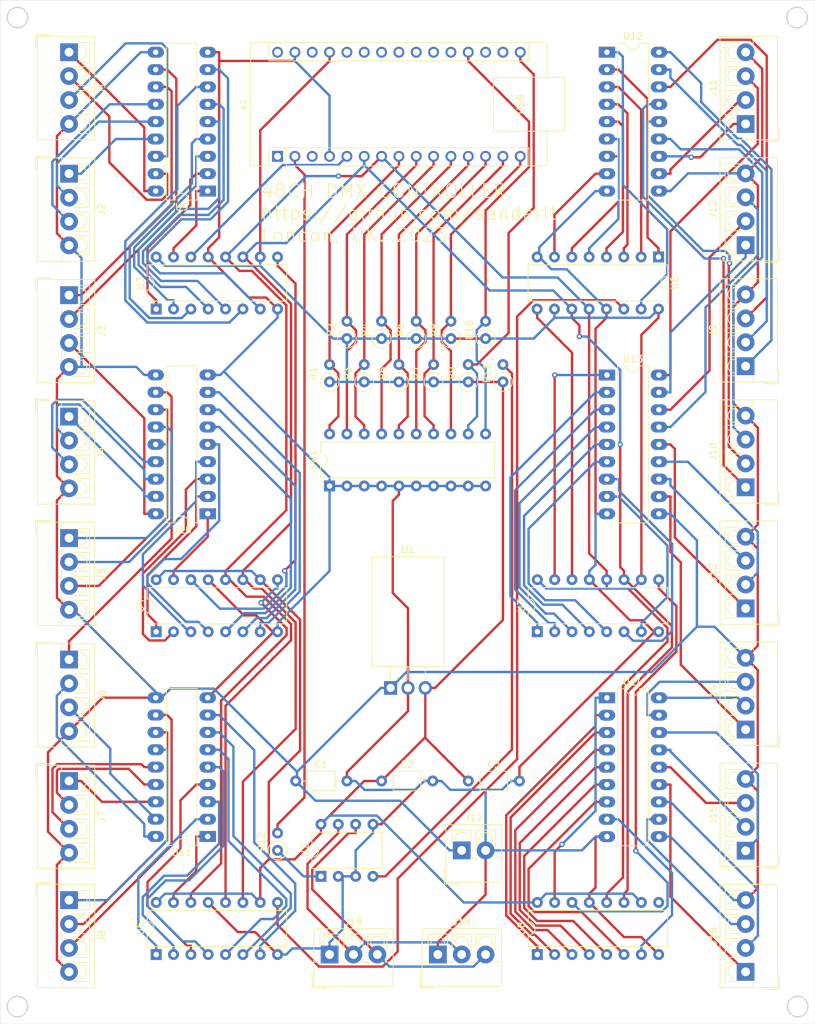
<source format=kicad_pcb>
(kicad_pcb (version 20221018) (generator pcbnew)
  (layers (0 "F.Cu" signal) (31 "B.Cu" signal) (34 "B.Paste" user) (35 "F.Paste" user) (36 "B.SilkS" user "B.Silkscreen") (37 "F.SilkS" user "F.Silkscreen") (38 "B.Mask" user) (39 "F.Mask" user) (44 "Edge.Cuts" user))
  (net 0 "")
  (net 1 "Net-(J3-R)")
  (net 2 "Net-(J3-G)")
  (net 3 "Net-(J3-B)")
  (net 4 "Net-(J1-VCC)")
  (net 5 "Net-(J16-R)")
  (net 6 "Net-(J16-G)")
  (net 7 "Net-(J16-B)")
  (net 8 "Net-(J1-R)")
  (net 9 "Net-(J1-G)")
  (net 10 "Net-(J1-B)")
  (net 11 "Net-(J2-R)")
  (net 12 "Net-(J2-G)")
  (net 13 "Net-(J2-B)")
  (net 14 "Net-(J9-R)")
  (net 15 "Net-(J9-G)")
  (net 16 "Net-(J9-B)")
  (net 17 "Net-(J4-R)")
  (net 18 "Net-(J4-G)")
  (net 19 "Net-(J4-B)")
  (net 20 "Net-(J5-R)")
  (net 21 "Net-(J5-G)")
  (net 22 "Net-(J5-B)")
  (net 23 "Net-(J6-R)")
  (net 24 "Net-(J6-G)")
  (net 25 "Net-(J6-B)")
  (net 26 "Net-(J7-R)")
  (net 27 "Net-(J7-G)")
  (net 28 "Net-(J7-B)")
  (net 29 "Net-(J8-R)")
  (net 30 "Net-(J8-G)")
  (net 31 "Net-(J8-B)")
  (net 32 "Net-(J10-R)")
  (net 33 "Net-(J10-G)")
  (net 34 "Net-(J10-B)")
  (net 35 "Net-(J11-R)")
  (net 36 "Net-(J11-G)")
  (net 37 "Net-(J11-B)")
  (net 38 "Net-(J12-R)")
  (net 39 "Net-(J12-G)")
  (net 40 "Net-(J12-B)")
  (net 41 "Net-(J13-R)")
  (net 42 "Net-(J13-G)")
  (net 43 "Net-(J13-B)")
  (net 44 "Net-(J14-R)")
  (net 45 "Net-(J14-G)")
  (net 46 "Net-(J14-B)")
  (net 47 "Net-(J15-R)")
  (net 48 "Net-(J15-G)")
  (net 49 "Net-(J15-B)")
  (net 50 "Net-(J17-GND)")
  (net 51 "Net-(J18-B)")
  (net 52 "Net-(J18-A)")
  (net 53 "Net-(A1-+5V)")
  (net 54 "Net-(A1-D13)")
  (net 55 "Net-(A1-A0)")
  (net 56 "Net-(U2-DI)")
  (net 57 "Net-(U2-RO)")
  (net 58 "Net-(A1-D0{slash}RX)")
  (net 59 "Net-(A1-D5)")
  (net 60 "Net-(A1-D6)")
  (net 61 "Net-(A1-D7)")
  (net 62 "Net-(A1-D8)")
  (net 63 "Net-(A1-D9)")
  (net 64 "Net-(A1-D10)")
  (net 65 "Net-(A1-D11)")
  (net 66 "Net-(A1-D12)")
  (net 67 "Net-(U14-I1)")
  (net 68 "Net-(U14-I2)")
  (net 69 "Net-(U14-I3)")
  (net 70 "Net-(U14-I4)")
  (net 71 "Net-(U14-I5)")
  (net 72 "Net-(U14-I6)")
  (net 73 "Net-(U14-I7)")
  (net 74 "Net-(U14-I8)")
  (net 75 "Net-(U3-QA)")
  (net 76 "Net-(U3-QB)")
  (net 77 "Net-(U3-QC)")
  (net 78 "Net-(U3-QD)")
  (net 79 "Net-(U3-QE)")
  (net 80 "Net-(U3-QF)")
  (net 81 "Net-(U3-QG)")
  (net 82 "Net-(U3-QH)")
  (net 83 "Net-(U10-I1)")
  (net 84 "Net-(U10-I2)")
  (net 85 "Net-(U10-I3)")
  (net 86 "Net-(U10-I4)")
  (net 87 "Net-(U10-I5)")
  (net 88 "Net-(U10-I6)")
  (net 89 "Net-(U10-I7)")
  (net 90 "Net-(U10-I8)")
  (net 91 "Net-(U11-I1)")
  (net 92 "Net-(U11-I2)")
  (net 93 "Net-(U11-I3)")
  (net 94 "Net-(U11-I4)")
  (net 95 "Net-(U11-I5)")
  (net 96 "Net-(U11-I6)")
  (net 97 "Net-(U11-I7)")
  (net 98 "Net-(U11-I8)")
  (net 99 "Net-(U12-I1)")
  (net 100 "Net-(U12-I2)")
  (net 101 "Net-(U12-I3)")
  (net 102 "Net-(U12-I4)")
  (net 103 "Net-(U12-I5)")
  (net 104 "Net-(U12-I6)")
  (net 105 "Net-(U12-I7)")
  (net 106 "Net-(U12-I8)")
  (net 107 "Net-(U13-I1)")
  (net 108 "Net-(U13-I2)")
  (net 109 "Net-(U13-I3)")
  (net 110 "Net-(U13-I4)")
  (net 111 "Net-(U13-I5)")
  (net 112 "Net-(U13-I6)")
  (net 113 "Net-(U13-I7)")
  (net 114 "Net-(U13-I8)")
  (net 115 "Net-(U3-QH')")
  (net 116 "Net-(A1-D3)")
  (net 117 "Net-(A1-D4)")
  (net 118 "Net-(A1-D2)")
  (net 119 "Net-(U4-QH')")
  (net 120 "Net-(U5-QH')")
  (net 121 "Net-(U6-QH')")
  (net 122 "Net-(U7-QH')")
  (footprint "Resistor_THT:R_Axial_DIN0207_L6.3mm_D2.5mm_P2.54mm_Vertical" (layer "F.Cu") (at 104.14 71.12 90)
    (fp_text reference "R3")
    (fp_text value "10K")
  )
  (footprint "TerminalBlock_4Ucon:TerminalBlock_4Ucon_1x04_P3.50mm_Vertical" (layer "F.Cu") (at 160.02 157.48 90)
    (fp_text reference "J16")
    (fp_text value "Conn_01x04_Female")
  )
  (footprint "Package_DIP:DIP-8_W7.62mm" (layer "F.Cu") (at 97.8 143.5 90)
    (fp_text reference "U2")
    (fp_text value "MAX485E")
  )
  (footprint "TerminalBlock_4Ucon:TerminalBlock_4Ucon_1x04_P3.50mm_Vertical" (layer "F.Cu") (at 60.89 22.86 -90)
    (fp_text reference "J1")
    (fp_text value "Conn_01x04_Female")
  )
  (footprint "TerminalBlock_4Ucon:TerminalBlock_4Ucon_1x04_P3.50mm_Vertical" (layer "F.Cu") (at 160.02 139.7486 90)
    (fp_text reference "J15")
    (fp_text value "Conn_01x04_Female")
  )
  (footprint "Package_TO_SOT_THT:TO-220F-3_Horizontal_TabDown" (layer "F.Cu") (at 108.007 115.916)
    (fp_text reference "U1")
    (fp_text value "L7805")
  )
  (footprint "TerminalBlock_4Ucon:TerminalBlock_4Ucon_1x04_P3.50mm_Vertical" (layer "F.Cu") (at 160.02 104.2857 90)
    (fp_text reference "J13")
    (fp_text value "Conn_01x04_Female")
  )
  (footprint "Package_DIP:DIP-16_W7.62mm" (layer "F.Cu") (at 147.25 52.836 -90)
    (fp_text reference "U6")
    (fp_text value "74HC595")
  )
  (footprint "TerminalBlock_4Ucon:TerminalBlock_4Ucon_1x04_P3.50mm_Vertical" (layer "F.Cu") (at 60.89 40.64 -90)
    (fp_text reference "J2")
    (fp_text value "Conn_01x04_Female")
  )
  (footprint "Resistor_THT:R_Axial_DIN0207_L6.3mm_D2.5mm_P2.54mm_Vertical" (layer "F.Cu") (at 91.44 139.7 90)
    (fp_text reference "R12")
    (fp_text value "100R")
  )
  (footprint "Resistor_THT:R_Axial_DIN0207_L6.3mm_D2.5mm_P2.54mm_Vertical" (layer "F.Cu") (at 109.22 71.125 90)
    (fp_text reference "R5")
    (fp_text value "10K")
  )
  (footprint "Capacitor_THT:C_Axial_L3.8mm_D2.6mm_P7.50mm_Horizontal" (layer "F.Cu") (at 119.38 129.54)
    (fp_text reference "C3")
    (fp_text value "100u")
  )
  (footprint "Resistor_THT:R_Axial_DIN0207_L6.3mm_D2.5mm_P2.54mm_Vertical" (layer "F.Cu") (at 106.68 64.78 90)
    (fp_text reference "R4")
    (fp_text value "10K")
  )
  (footprint "TerminalBlock_4Ucon:TerminalBlock_4Ucon_1x02_P3.50mm_Vertical" (layer "F.Cu") (at 118.42 139.7)
    (fp_text reference "J17")
    (fp_text value "POWER")
  )
  (footprint "Resistor_THT:R_Axial_DIN0207_L6.3mm_D2.5mm_P2.54mm_Vertical" (layer "F.Cu") (at 101.6 64.78 90)
    (fp_text reference "R2")
    (fp_text value "10K")
  )
  (footprint "TerminalBlock_4Ucon:TerminalBlock_4Ucon_1x04_P3.50mm_Vertical" (layer "F.Cu") (at 60.89 76.2 -90)
    (fp_text reference "J4")
    (fp_text value "Conn_01x04_Female")
  )
  (footprint "Package_DIP:DIP-20_W7.62mm" (layer "F.Cu") (at 99.06 86.36 90)
    (fp_text reference "SW1")
    (fp_text value "SW_DIP_x10")
  )
  (footprint "TerminalBlock_4Ucon:TerminalBlock_4Ucon_1x04_P3.50mm_Vertical" (layer "F.Cu") (at 60.89 58.42 -90)
    (fp_text reference "J3")
    (fp_text value "Conn_01x04_Female")
  )
  (footprint "TerminalBlock_4Ucon:TerminalBlock_4Ucon_1x04_P3.50mm_Vertical" (layer "F.Cu") (at 160.02 68.8229 90)
    (fp_text reference "J9")
    (fp_text value "Conn_01x04_Female")
  )
  (footprint "TerminalBlock_4Ucon:TerminalBlock_4Ucon_1x03_P3.50mm_Vertical" (layer "F.Cu") (at 114.92 154.94)
    (fp_text reference "J18")
    (fp_text value "DMX IN")
  )
  (footprint "Resistor_THT:R_Axial_DIN0207_L6.3mm_D2.5mm_P2.54mm_Vertical" (layer "F.Cu") (at 99.06 71.12 90)
    (fp_text reference "R1")
    (fp_text value "10K")
  )
  (footprint "TerminalBlock_4Ucon:TerminalBlock_4Ucon_1x04_P3.50mm_Vertical" (layer "F.Cu") (at 160.02 51.0914 90)
    (fp_text reference "J12")
    (fp_text value "Conn_01x04_Female")
  )
  (footprint "TerminalBlock_4Ucon:TerminalBlock_4Ucon_1x04_P3.50mm_Vertical" (layer "F.Cu") (at 160.02 33.36 90)
    (fp_text reference "J11")
    (fp_text value "Conn_01x04_Female")
  )
  (footprint "Package_DIP:DIP-18_W7.62mm_LongPads" (layer "F.Cu") (at 81.21 43.18 180)
    (fp_text reference "U9")
    (fp_text value "ULN2803A")
  )
  (footprint "TerminalBlock_4Ucon:TerminalBlock_4Ucon_1x03_P3.50mm_Vertical" (layer "F.Cu") (at 99.06 154.94)
    (fp_text reference "J19")
    (fp_text value "DMX OUT")
  )
  (footprint "TerminalBlock_4Ucon:TerminalBlock_4Ucon_1x04_P3.50mm_Vertical" (layer "F.Cu") (at 60.89 146.98 -90)
    (fp_text reference "J8")
    (fp_text value "Conn_01x04_Female")
  )
  (footprint "Package_DIP:DIP-18_W7.62mm_LongPads" (layer "F.Cu") (at 139.7 117.364)
    (fp_text reference "U14")
    (fp_text value "ULN2803A")
  )
  (footprint "Resistor_THT:R_Axial_DIN0207_L6.3mm_D2.5mm_P2.54mm_Vertical" (layer "F.Cu") (at 111.76 64.78 90)
    (fp_text reference "R6")
    (fp_text value "10K")
  )
  (footprint "Capacitor_THT:C_Axial_L3.8mm_D2.6mm_P7.50mm_Horizontal" (layer "F.Cu") (at 94.1 129.54)
    (fp_text reference "C1")
    (fp_text value "0.33uF")
  )
  (footprint "Module:Arduino_Nano" (layer "F.Cu") (at 91.44 38.1 90)
    (fp_text reference "A1")
    (fp_text value "Arduino_Nano_v3.x")
  )
  (footprint "Package_DIP:DIP-16_W7.62mm" (layer "F.Cu") (at 129.5 154.94 90)
    (fp_text reference "U8")
    (fp_text value "74HC595")
  )
  (footprint "Package_DIP:DIP-18_W7.62mm_LongPads" (layer "F.Cu") (at 139.7 70.112)
    (fp_text reference "U13")
    (fp_text value "ULN2803A")
  )
  (footprint "Package_DIP:DIP-18_W7.62mm_LongPads" (layer "F.Cu") (at 81.21 90.424 180)
    (fp_text reference "U10")
    (fp_text value "ULN2803A")
  )
  (footprint "Package_DIP:DIP-16_W7.62mm" (layer "F.Cu") (at 73.66 107.696 90)
    (fp_text reference "U4")
    (fp_text value "74HC595")
  )
  (footprint "TerminalBlock_4Ucon:TerminalBlock_4Ucon_1x04_P3.50mm_Vertical" (layer "F.Cu") (at 160.02 122.0171 90)
    (fp_text reference "J14")
    (fp_text value "Conn_01x04_Female")
  )
  (footprint "Resistor_THT:R_Axial_DIN0207_L6.3mm_D2.5mm_P2.54mm_Vertical" (layer "F.Cu") (at 119.38 71.12 90)
    (fp_text reference "R9")
    (fp_text value "10K")
  )
  (footprint "TerminalBlock_4Ucon:TerminalBlock_4Ucon_1x04_P3.50mm_Vertical" (layer "F.Cu") (at 160.02 86.5543 90)
    (fp_text reference "J10")
    (fp_text value "Conn_01x04_Female")
  )
  (footprint "Resistor_THT:R_Axial_DIN0207_L6.3mm_D2.5mm_P2.54mm_Vertical" (layer "F.Cu") (at 124.46 71.12 90)
    (fp_text reference "R11")
    (fp_text value "10K")
  )
  (footprint "TerminalBlock_4Ucon:TerminalBlock_4Ucon_1x04_P3.50mm_Vertical" (layer "F.Cu") (at 60.89 129.54 -90)
    (fp_text reference "J7")
    (fp_text value "Conn_01x04_Female")
  )
  (footprint "TerminalBlock_4Ucon:TerminalBlock_4Ucon_1x04_P3.50mm_Vertical" (layer "F.Cu") (at 60.89 93.98 -90)
    (fp_text reference "J5")
    (fp_text value "Conn_01x04_Female")
  )
  (footprint "Package_DIP:DIP-16_W7.62mm" (layer "F.Cu") (at 73.66 154.94 90)
    (fp_text reference "U5")
    (fp_text value "74HC595")
  )
  (footprint "Package_DIP:DIP-18_W7.62mm_LongPads" (layer "F.Cu") (at 139.7 22.86)
    (fp_text reference "U12")
    (fp_text value "ULN2803A")
  )
  (footprint "Capacitor_THT:C_Axial_L3.8mm_D2.6mm_P7.50mm_Horizontal" (layer "F.Cu") (at 106.68 129.54)
    (fp_text reference "C2")
    (fp_text value "0.1uF")
  )
  (footprint "Package_DIP:DIP-18_W7.62mm_LongPads" (layer "F.Cu") (at 81.21 137.668 180)
    (fp_text reference "U11")
    (fp_text value "ULN2803A")
  )
  (footprint "Resistor_THT:R_Axial_DIN0207_L6.3mm_D2.5mm_P2.54mm_Vertical" (layer "F.Cu") (at 116.84 64.78 90)
    (fp_text reference "R8")
    (fp_text value "10K")
  )
  (footprint "Resistor_THT:R_Axial_DIN0207_L6.3mm_D2.5mm_P2.54mm_Vertical" (layer "F.Cu") (at 121.92 64.78 90)
    (fp_text reference "R10")
    (fp_text value "10K")
  )
  (footprint "Resistor_THT:R_Axial_DIN0207_L6.3mm_D2.5mm_P2.54mm_Vertical" (layer "F.Cu") (at 114.3 71.125 90)
    (fp_text reference "R7")
    (fp_text value "10K")
  )
  (footprint "Package_DIP:DIP-16_W7.62mm" (layer "F.Cu") (at 129.5 107.688 90)
    (fp_text reference "U7")
    (fp_text value "74HC595")
  )
  (footprint "Package_DIP:DIP-16_W7.62mm" (layer "F.Cu") (at 73.66 60.452 90)
    (fp_text reference "U3")
    (fp_text value "74HC595")
  )
  (footprint "TerminalBlock_4Ucon:TerminalBlock_4Ucon_1x04_P3.50mm_Vertical" (layer "F.Cu") (at 60.89 111.76 -90)
    (fp_text reference "J6")
    (fp_text value "Conn_01x04_Female")
  )
  (gr_circle (center 53.34 162.56) (end 54.84 162.56) (stroke (width 0.2)) (fill none) (layer "Edge.Cuts"))
  (gr_circle (center 167.549786 17.78) (end 169.049786 17.78) (stroke (width 0.2)) (fill none) (layer "Edge.Cuts"))
  (gr_circle (center 53.34 17.78) (end 54.84 17.78) (stroke (width 0.2)) (fill none) (layer "Edge.Cuts"))
  (gr_circle (center 167.64 162.56) (end 169.14 162.56) (stroke (width 0.2)) (fill none) (layer "Edge.Cuts"))
  (gr_rect (start 50.8 15.24) (end 170.18 165.1) (stroke (width 0.05)) (fill none) (layer "Edge.Cuts"))
  (gr_text "48CH DMX CONTROLLER.\nhttps://github.com/sanderlt\nLondon, UK. 2023" (at 88.9 50.8) (layer "F.SilkS") (effects (font (size 2 2)) (justify left bottom)))
  (segment (start 75.9152 28.5901) (end 75.9152 45.1699) (width 0.35) (layer "F.Cu") (net 1))
  (segment (start 60.89 58.42) (end 62.6651 58.42) (width 0.35) (layer "F.Cu") (net 1))
  (segment (start 73.59 27.94) (end 75.2651 27.94) (width 0.35) (layer "F.Cu") (net 1))
  (segment (start 75.2651 27.94) (end 75.9152 28.5901) (width 0.35) (layer "F.Cu") (net 1))
  (segment (start 75.9152 45.1699) (end 62.6651 58.42) (width 0.35) (layer "F.Cu") (net 1))
  (segment (start 75.2651 25.4) (end 76.6073 26.7422) (width 0.35) (layer "F.Cu") (net 2))
  (segment (start 76.6073 46.2027) (end 60.89 61.92) (width 0.35) (layer "F.Cu") (net 2))
  (segment (start 73.59 25.4) (end 75.2651 25.4) (width 0.35) (layer "F.Cu") (net 2))
  (segment (start 76.6073 26.7422) (end 76.6073 46.2027) (width 0.35) (layer "F.Cu") (net 2))
  (segment (start 71.9149 90.424) (end 71.9149 76.4449) (width 0.35) (layer "F.Cu") (net 3))
  (segment (start 73.59 90.424) (end 71.9149 90.424) (width 0.35) (layer "F.Cu") (net 3))
  (segment (start 71.9149 76.4449) (end 60.89 65.42) (width 0.35) (layer "F.Cu") (net 3))
  (segment (start 59.1148 49.3648) (end 59.1148 35.1352) (width 0.35) (layer "F.Cu") (net 4))
  (segment (start 161.7952 131.0238) (end 161.7952 145.2048) (width 0.35) (layer "F.Cu") (net 4))
  (segment (start 161.7952 145.2048) (end 160.02 146.98) (width 0.35) (layer "F.Cu") (net 4))
  (segment (start 160.02 40.5914) (end 162.4452 38.1662) (width 0.35) (layer "F.Cu") (net 4))
  (segment (start 59.1111 155.7011) (end 60.89 157.48) (width 0.35) (layer "F.Cu") (net 4))
  (segment (start 60.89 104.48) (end 59.1148 102.7048) (width 0.35) (layer "F.Cu") (net 4))
  (segment (start 161.7952 127.4734) (end 160.02 129.2486) (width 0.35) (layer "F.Cu") (net 4))
  (segment (start 158.2087 60.1342) (end 160.02 58.3229) (width 0.35) (layer "F.Cu") (net 4))
  (segment (start 59.1148 102.7048) (end 59.1148 88.4752) (width 0.35) (layer "F.Cu") (net 4))
  (segment (start 160.02 129.2486) (end 161.7952 131.0238) (width 0.35) (layer "F.Cu") (net 4))
  (segment (start 162.4452 25.2852) (end 160.02 22.86) (width 0.35) (layer "F.Cu") (net 4))
  (segment (start 161.7952 95.5609) (end 161.7952 109.7419) (width 0.35) (layer "F.Cu") (net 4))
  (segment (start 60.89 122.26) (end 57.8049 125.3451) (width 0.35) (layer "F.Cu") (net 4))
  (segment (start 161.8062 42.3776) (end 160.02 40.5914) (width 0.35) (layer "F.Cu") (net 4))
  (segment (start 161.7952 109.7419) (end 160.02 111.5171) (width 0.35) (layer "F.Cu") (net 4))
  (segment (start 59.1148 88.4752) (end 60.89 86.7) (width 0.35) (layer "F.Cu") (net 4))
  (segment (start 160.02 111.5171) (end 161.7952 113.2923) (width 0.35) (layer "F.Cu") (net 4))
  (segment (start 57.8049 125.3451) (end 57.8049 136.9549) (width 0.35) (layer "F.Cu") (net 4))
  (segment (start 59.1148 35.1352) (end 60.89 33.36) (width 0.35) (layer "F.Cu") (net 4))
  (segment (start 59.1111 141.8189) (end 59.1111 155.7011) (width 0.35) (layer "F.Cu") (net 4))
  (segment (start 160.02 76.0543) (end 158.2087 74.243) (width 0.35) (layer "F.Cu") (net 4))
  (segment (start 160.02 93.7857) (end 161.7952 95.5609) (width 0.35) (layer "F.Cu") (net 4))
  (segment (start 162.4452 38.1662) (end 162.4452 25.2852) (width 0.35) (layer "F.Cu") (net 4))
  (segment (start 60.89 140.04) (end 59.1111 141.8189) (width 0.35) (layer "F.Cu") (net 4))
  (segment (start 160.02 93.7857) (end 161.8062 91.9995) (width 0.35) (layer "F.Cu") (net 4))
  (segment (start 60.89 86.7) (end 59.1148 84.9248) (width 0.35) (layer "F.Cu") (net 4))
  (segment (start 59.1148 84.9248) (end 59.1148 70.6952) (width 0.35) (layer "F.Cu") (net 4))
  (segment (start 158.2087 74.243) (end 158.2087 60.1342) (width 0.35) (layer "F.Cu") (net 4))
  (segment (start 57.8049 136.9549) (end 60.89 140.04) (width 0.35) (layer "F.Cu") (net 4))
  (segment (start 161.8062 56.5367) (end 161.8062 42.3776) (width 0.35) (layer "F.Cu") (net 4))
  (segment (start 161.8062 91.9995) (end 161.8062 77.8405) (width 0.35) (layer "F.Cu") (net 4))
  (segment (start 65.802 117.348) (end 60.89 122.26) (width 0.35) (layer "F.Cu") (net 4))
  (segment (start 73.59 117.348) (end 65.802 117.348) (width 0.35) (layer "F.Cu") (net 4))
  (segment (start 60.89 51.14) (end 59.1148 49.3648) (width 0.35) (layer "F.Cu") (net 4))
  (segment (start 161.7952 113.2923) (end 161.7952 127.4734) (width 0.35) (layer "F.Cu") (net 4))
  (segment (start 161.8062 77.8405) (end 160.02 76.0543) (width 0.35) (layer "F.Cu") (net 4))
  (segment (start 160.02 58.3229) (end 161.8062 56.5367) (width 0.35) (layer "F.Cu") (net 4))
  (segment (start 59.1148 70.6952) (end 60.89 68.92) (width 0.35) (layer "F.Cu") (net 4))
  (segment (start 118.42 139.7) (end 116.6449 139.7) (width 0.35) (layer "B.Cu") (net 4))
  (segment (start 158.2911 146.98) (end 148.9951 137.684) (width 0.35) (layer "B.Cu") (net 4))
  (segment (start 82.1066 116.0193) (end 75.7563 116.0193) (width 0.35) (layer "B.Cu") (net 4))
  (segment (start 148.9951 90.432) (end 152.877 94.3139) (width 0.35) (layer "B.Cu") (net 4))
  (segment (start 152.877 106.9598) (end 146.25 113.5868) (width 0.35) (layer "B.Cu") (net 4))
  (segment (start 155.4627 106.9598) (end 152.877 106.9598) (width 0.35) (layer "B.Cu") (net 4))
  (segment (start 160.02 146.98) (end 158.2911 146.98) (width 0.35) (layer "B.Cu") (net 4))
  (segment (start 160.02 40.5914) (end 151.5837 40.5914) (width 0.35) (layer "B.Cu") (net 4))
  (segment (start 152.877 94.3139) (end 152.877 106.9598) (width 0.35) (layer "B.Cu") (net 4))
  (segment (start 62.719 68.92) (end 62.719 52.969) (width 0.35) (layer "B.Cu") (net 4))
  (segment (start 146.25 113.5868) (end 110.3362 113.5868) (width 0.35) (layer "B.Cu") (net 4))
  (segment (start 62.719 52.969) (end 60.89 51.14) (width 0.35) (layer "B.Cu") (net 4))
  (segment (start 116.6449 139.7) (end 109.3766 132.4317) (width 0.35) (layer "B.Cu") (net 4))
  (segment (start 70.7309 68.92) (end 71.9149 70.104) (width 0.35) (layer "B.Cu") (net 4))
  (segment (start 110.3362 113.5868) (end 108.007 115.916) (width 0.35) (layer "B.Cu") (net 4))
  (segment (start 147.32 137.684) (end 148.9951 137.684) (width 0.35) (layer "B.Cu") (net 4))
  (segment (start 96.9917 132.4317) (end 94.1 129.54) (width 0.35) (layer "B.Cu") (net 4))
  (segment (start 60.89 68.92) (end 62.719 68.92) (width 0.35) (layer "B.Cu") (net 4))
  (segment (start 160.02 111.5171) (end 155.4627 106.9598) (width 0.35) (layer "B.Cu") (net 4))
  (segment (start 62.719 68.92) (end 70.7309 68.92) (width 0.35) (layer "B.Cu") (net 4))
  (segment (start 94.1 129.54) (end 94.2914 129.3486) (width 0.35) (layer "B.Cu") (net 4))
  (segment (start 147.32 90.432) (end 148.9951 90.432) (width 0.35) (layer "B.Cu") (net 4))
  (segment (start 74.4276 117.348) (end 61.5596 104.48) (width 0.35) (layer "B.Cu") (net 4))
  (segment (start 94.2914 128.204) (end 82.1066 116.0193) (width 0.35) (layer "B.Cu") (net 4))
  (segment (start 94.2914 128.204) (end 106.5794 115.916) (width 0.35) (layer "B.Cu") (net 4))
  (segment (start 61.5596 104.48) (end 60.89 104.48) (width 0.35) (layer "B.Cu") (net 4))
  (segment (start 151.5837 40.5914) (end 148.9951 43.18) (width 0.35) (layer "B.Cu") (net 4))
  (segment (start 94.2914 129.3486) (end 94.2914 128.2041) (width 0.35) (layer "B.Cu") (net 4))
  (segment (start 108.007 115.916) (end 106.5794 115.916) (width 0.35) (layer "B.Cu") (net 4))
  (segment (start 109.3766 132.4317) (end 96.9917 132.4317) (width 0.35) (layer "B.Cu") (net 4))
  (segment (start 71.39 22.86) (end 60.89 33.36) (width 0.35) (layer "B.Cu") (net 4))
  (segment (start 94.2914 128.2041) (end 94.2914 128.204) (width 0.35) (layer "B.Cu") (net 4))
  (segment (start 73.59 22.86) (end 71.39 22.86) (width 0.35) (layer "B.Cu") (net 4))
  (segment (start 75.7563 116.0193) (end 74.4276 117.348) (width 0.35) (layer "B.Cu") (net 4))
  (segment (start 73.59 117.348) (end 74.4276 117.348) (width 0.35) (layer "B.Cu") (net 4))
  (segment (start 73.59 70.104) (end 71.9149 70.104) (width 0.35) (layer "B.Cu") (net 4))
  (segment (start 147.32 43.18) (end 148.9951 43.18) (width 0.35) (layer "B.Cu") (net 4))
  (segment (start 148.9951 146.4551) (end 160.02 157.48) (width 0.35) (layer "F.Cu") (net 5))
  (segment (start 147.32 130.064) (end 148.9951 130.064) (width 0.35) (layer "F.Cu") (net 5))
  (segment (start 148.9951 130.064) (end 148.9951 146.4551) (width 0.35) (layer "F.Cu") (net 5))
  (segment (start 161.8111 152.1889) (end 160.02 153.98) (width 0.35) (layer "B.Cu") (net 6))
  (segment (start 147.32 132.604) (end 148.9951 132.604) (width 0.35) (layer "B.Cu") (net 6))
  (segment (start 161.8111 145.42) (end 161.8111 152.1889) (width 0.35) (layer "B.Cu") (net 6))
  (segment (start 148.9951 132.604) (end 161.8111 145.42) (width 0.35) (layer "B.Cu") (net 6))
  (segment (start 145.6449 138.224) (end 157.9009 150.48) (width 0.35) (layer "B.Cu") (net 7))
  (segment (start 157.9009 150.48) (end 160.02 150.48) (width 0.35) (layer "B.Cu") (net 7))
  (segment (start 147.32 135.144) (end 145.6449 135.144) (width 0.35) (layer "B.Cu") (net 7))
  (segment (start 145.6449 135.144) (end 145.6449 138.224) (width 0.35) (layer "B.Cu") (net 7))
  (segment (start 71.9149 43.18) (end 71.9149 33.8849) (width 0.35) (layer "F.Cu") (net 8))
  (segment (start 73.59 43.18) (end 71.9149 43.18) (width 0.35) (layer "F.Cu") (net 8))
  (segment (start 71.9149 33.8849) (end 60.89 22.86) (width 0.35) (layer "F.Cu") (net 8))
  (segment (start 74.5221 44.4551) (end 75.2651 43.7121) (width 0.35) (layer "F.Cu") (net 9))
  (segment (start 66.7979 38.9855) (end 72.2675 44.4551) (width 0.35) (layer "F.Cu") (net 9))
  (segment (start 72.2675 44.4551) (end 74.5221 44.4551) (width 0.35) (layer "F.Cu") (net 9))
  (segment (start 75.2651 43.7121) (end 75.2651 40.64) (width 0.35) (layer "F.Cu") (net 9))
  (segment (start 73.59 40.64) (end 75.2651 40.64) (width 0.35) (layer "F.Cu") (net 9))
  (segment (start 60.89 26.36) (end 66.7979 32.2679) (width 0.35) (layer "F.Cu") (net 9))
  (segment (start 66.7979 32.2679) (end 66.7979 38.9855) (width 0.35) (layer "F.Cu") (net 9))
  (segment (start 74.4975 21.5612) (end 69.1888 21.5612) (width 0.35) (layer "B.Cu") (net 10))
  (segment (start 69.1888 21.5612) (end 60.89 29.86) (width 0.35) (layer "B.Cu") (net 10))
  (segment (start 73.59 38.1) (end 75.2651 38.1) (width 0.35) (layer "B.Cu") (net 10))
  (segment (start 75.2651 38.1) (end 75.2651 22.3288) (width 0.35) (layer "B.Cu") (net 10))
  (segment (start 75.2651 22.3288) (end 74.4975 21.5612) (width 0.35) (layer "B.Cu") (net 10))
  (segment (start 67.7451 35.56) (end 62.6651 40.64) (width 0.35) (layer "B.Cu") (net 11))
  (segment (start 73.59 35.56) (end 67.7451 35.56) (width 0.35) (layer "B.Cu") (net 11))
  (segment (start 60.89 40.64) (end 62.6651 40.64) (width 0.35) (layer "B.Cu") (net 11))
  (segment (start 59.1148 42.3648) (end 59.1148 39.1408) (width 0.35) (layer "B.Cu") (net 12))
  (segment (start 65.2356 33.02) (end 73.59 33.02) (width 0.35) (layer "B.Cu") (net 12))
  (segment (start 59.1148 39.1408) (end 65.2356 33.02) (width 0.35) (layer "B.Cu") (net 12))
  (segment (start 60.89 44.14) (end 59.1148 42.3648) (width 0.35) (layer "B.Cu") (net 12))
  (segment (start 66.8437 30.48) (end 58.4454 38.8783) (width 0.35) (layer "B.Cu") (net 13))
  (segment (start 58.4454 45.1954) (end 60.89 47.64) (width 0.35) (layer "B.Cu") (net 13))
  (segment (start 73.59 30.48) (end 66.8437 30.48) (width 0.35) (layer "B.Cu") (net 13))
  (segment (start 58.4454 38.8783) (end 58.4454 45.1954) (width 0.35) (layer "B.Cu") (net 13))
  (segment (start 159.3381 35.5377) (end 163.7959 39.9955) (width 0.35) (layer "B.Cu") (net 14))
  (segment (start 158.8783 35.5377) (end 159.3381 35.5377) (width 0.35) (layer "B.Cu") (net 14))
  (segment (start 153.5034 30.1628) (end 158.8783 35.5377) (width 0.35) (layer "B.Cu") (net 14))
  (segment (start 163.7959 39.9955) (end 163.7959 65.047) (width 0.35) (layer "B.Cu") (net 14))
  (segment (start 147.32 22.86) (end 148.9951 22.86) (width 0.35) (layer "B.Cu") (net 14))
  (segment (start 153.5034 27.3683) (end 153.5034 30.1628) (width 0.35) (layer "B.Cu") (net 14))
  (segment (start 148.9951 22.86) (end 153.5034 27.3683) (width 0.35) (layer "B.Cu") (net 14))
  (segment (start 163.7959 65.047) (end 160.02 68.8229) (width 0.35) (layer "B.Cu") (net 14))
  (segment (start 147.32 25.4) (end 148.9951 25.4) (width 0.35) (layer "B.Cu") (net 15))
  (segment (start 159.2987 36.4178) (end 163.1113 40.2304) (width 0.35) (layer "B.Cu") (net 15))
  (segment (start 148.9951 25.4) (end 148.9951 26.5739) (width 0.35) (layer "B.Cu") (net 15))
  (segment (start 158.839 36.4178) (end 159.2987 36.4178) (width 0.35) (layer "B.Cu") (net 15))
  (segment (start 163.1113 62.2316) (end 160.02 65.3229) (width 0.35) (layer "B.Cu") (net 15))
  (segment (start 163.1113 40.2304) (end 163.1113 62.2316) (width 0.35) (layer "B.Cu") (net 15))
  (segment (start 148.9951 26.5739) (end 158.839 36.4178) (width 0.35) (layer "B.Cu") (net 15))
  (segment (start 163.1096 58.7333) (end 163.1096 23.3903) (width 0.35) (layer "F.Cu") (net 16))
  (segment (start 155.8958 21.0393) (end 148.9951 27.94) (width 0.35) (layer "F.Cu") (net 16))
  (segment (start 163.1096 23.3903) (end 160.7586 21.0393) (width 0.35) (layer "F.Cu") (net 16))
  (segment (start 160.7586 21.0393) (end 155.8958 21.0393) (width 0.35) (layer "F.Cu") (net 16))
  (segment (start 160.02 61.8229) (end 163.1096 58.7333) (width 0.35) (layer "F.Cu") (net 16))
  (segment (start 147.32 27.94) (end 148.9951 27.94) (width 0.35) (layer "F.Cu") (net 16))
  (segment (start 71.9149 87.2249) (end 60.89 76.2) (width 0.35) (layer "B.Cu") (net 17))
  (segment (start 73.59 87.884) (end 71.9149 87.884) (width 0.35) (layer "B.Cu") (net 17))
  (segment (start 71.9149 87.884) (end 71.9149 87.2249) (width 0.35) (layer "B.Cu") (net 17))
  (segment (start 59.3842 74.4248) (end 59.1148 74.6942) (width 0.35) (layer "B.Cu") (net 18))
  (segment (start 59.1148 74.6942) (end 59.1148 77.9248) (width 0.35) (layer "B.Cu") (net 18))
  (segment (start 71.9149 83.953) (end 62.3867 74.4248) (width 0.35) (layer "B.Cu") (net 18))
  (segment (start 71.9149 85.344) (end 71.9149 83.953) (width 0.35) (layer "B.Cu") (net 18))
  (segment (start 62.3867 74.4248) (end 59.3842 74.4248) (width 0.35) (layer "B.Cu") (net 18))
  (segment (start 59.1148 77.9248) (end 60.89 79.7) (width 0.35) (layer "B.Cu") (net 18))
  (segment (start 73.59 85.344) (end 71.9149 85.344) (width 0.35) (layer "B.Cu") (net 18))
  (segment (start 59.1349 73.7488) (end 58.4255 74.4582) (width 0.35) (layer "B.Cu") (net 19))
  (segment (start 62.8597 73.7488) (end 59.1349 73.7488) (width 0.35) (layer "B.Cu") (net 19))
  (segment (start 73.59 82.804) (end 71.9149 82.804) (width 0.35) (layer "B.Cu") (net 19))
  (segment (start 58.4255 74.4582) (end 58.4255 80.7355) (width 0.35) (layer "B.Cu") (net 19))
  (segment (start 58.4255 80.7355) (end 60.89 83.2) (width 0.35) (layer "B.Cu") (net 19))
  (segment (start 71.9149 82.804) (end 62.8597 73.7488) (width 0.35) (layer "B.Cu") (net 19))
  (segment (start 75.2651 90.9702) (end 72.2553 93.98) (width 0.35) (layer "B.Cu") (net 20))
  (segment (start 72.2553 93.98) (end 60.89 93.98) (width 0.35) (layer "B.Cu") (net 20))
  (segment (start 75.2651 80.264) (end 75.2651 90.9702) (width 0.35) (layer "B.Cu") (net 20))
  (segment (start 73.59 80.264) (end 75.2651 80.264) (width 0.35) (layer "B.Cu") (net 20))
  (segment (start 75.9461 78.405) (end 75.9461 91.2184) (width 0.35) (layer "B.Cu") (net 21))
  (segment (start 75.9461 91.2184) (end 69.6845 97.48) (width 0.35) (layer "B.Cu") (net 21))
  (segment (start 73.59 77.724) (end 75.2651 77.724) (width 0.35) (layer "B.Cu") (net 21))
  (segment (start 69.6845 97.48) (end 60.89 97.48) (width 0.35) (layer "B.Cu") (net 21))
  (segment (start 75.2651 77.724) (end 75.9461 78.405) (width 0.35) (layer "B.Cu") (net 21))
  (segment (start 75.2651 90.9569) (end 65.242 100.98) (width 0.35) (layer "F.Cu") (net 22))
  (segment (start 75.2651 75.184) (end 75.2651 90.9569) (width 0.35) (layer "F.Cu") (net 22))
  (segment (start 73.59 75.184) (end 75.2651 75.184) (width 0.35) (layer "F.Cu") (net 22))
  (segment (start 65.242 100.98) (end 60.89 100.98) (width 0.35) (layer "F.Cu") (net 22))
  (segment (start 75.9152 94.0403) (end 75.9152 73.2941) (width 0.35) (layer "F.Cu") (net 23))
  (segment (start 60.89 109.9849) (end 60.89 109.0655) (width 0.35) (layer "F.Cu") (net 23))
  (segment (start 75.9152 73.2941) (end 75.2651 72.644) (width 0.35) (layer "F.Cu") (net 23))
  (segment (start 73.59 72.644) (end 75.2651 72.644) (width 0.35) (layer "F.Cu") (net 23))
  (segment (start 60.89 111.76) (end 60.89 109.9849) (width 0.35) (layer "F.Cu") (net 23))
  (segment (start 60.89 109.0655) (end 75.9152 94.0403) (width 0.35) (layer "F.Cu") (net 23))
  (segment (start 73.59 137.668) (end 71.9149 137.668) (width 0.35) (layer "B.Cu") (net 24))
  (segment (start 71.9149 137.668) (end 71.9149 135.8356) (width 0.35) (layer "B.Cu") (net 24))
  (segment (start 59.0997 123.0204) (end 59.0997 117.0503) (width 0.35) (layer "B.Cu") (net 24))
  (segment (start 71.9149 135.8356) (end 59.0997 123.0204) (width 0.35) (layer "B.Cu") (net 24))
  (segment (start 59.0997 117.0503) (end 60.89 115.26) (width 0.35) (layer "B.Cu") (net 24))
  (segment (start 73.59 135.128) (end 66.9313 128.4693) (width 0.35) (layer "B.Cu") (net 25))
  (segment (start 66.9313 128.4693) (end 66.9313 124.8013) (width 0.35) (layer "B.Cu") (net 25))
  (segment (start 66.9313 124.8013) (end 60.89 118.76) (width 0.35) (layer "B.Cu") (net 25))
  (segment (start 73.59 132.588) (end 71.9149 132.588) (width 0.35) (layer "F.Cu") (net 26))
  (segment (start 65.7131 132.588) (end 71.9149 132.588) (width 0.35) (layer "F.Cu") (net 26))
  (segment (start 60.89 129.54) (end 62.6651 129.54) (width 0.35) (layer "F.Cu") (net 26))
  (segment (start 62.6651 129.54) (end 65.7131 132.588) (width 0.35) (layer "F.Cu") (net 26))
  (segment (start 71.9149 130.048) (end 69.6317 127.7648) (width 0.35) (layer "F.Cu") (net 27))
  (segment (start 69.6317 127.7648) (end 59.3934 127.7648) (width 0.35) (layer "F.Cu") (net 27))
  (segment (start 59.3934 127.7648) (end 59.1149 128.0433) (width 0.35) (layer "F.Cu") (net 27))
  (segment (start 59.1149 128.0433) (end 59.1149 131.2649) (width 0.35) (layer "F.Cu") (net 27))
  (segment (start 59.1149 131.2649) (end 60.89 133.04) (width 0.35) (layer "F.Cu") (net 27))
  (segment (start 73.59 130.048) (end 71.9149 130.048) (width 0.35) (layer "F.Cu") (net 27))
  (segment (start 58.4648 134.1148) (end 60.89 136.54) (width 0.35) (layer "F.Cu") (net 28))
  (segment (start 73.59 127.508) (end 71.9149 127.508) (width 0.35) (layer "F.Cu") (net 28))
  (segment (start 71.4882 127.0813) (end 59.1316 127.0813) (width 0.35) (layer "F.Cu") (net 28))
  (segment (start 71.9149 127.508) (end 71.4882 127.0813) (width 0.35) (layer "F.Cu") (net 28))
  (segment (start 58.4648 127.7481) (end 58.4648 134.1148) (width 0.35) (layer "F.Cu") (net 28))
  (segment (start 59.1316 127.0813) (end 58.4648 127.7481) (width 0.35) (layer "F.Cu") (net 28))
  (segment (start 66.4872 146.98) (end 60.89 146.98) (width 0.35) (layer "B.Cu") (net 29))
  (segment (start 73.59 124.968) (end 75.2651 124.968) (width 0.35) (layer "B.Cu") (net 29))
  (segment (start 75.2651 138.2021) (end 66.4872 146.98) (width 0.35) (layer "B.Cu") (net 29))
  (segment (start 75.2651 124.968) (end 75.2651 138.2021) (width 0.35) (layer "B.Cu") (net 29))
  (segment (start 75.2651 138.2258) (end 63.0109 150.48) (width 0.35) (layer "F.Cu") (net 30))
  (segment (start 75.2651 122.428) (end 75.2651 138.2258) (width 0.35) (layer "F.Cu") (net 30))
  (segment (start 73.59 122.428) (end 75.2651 122.428) (width 0.35) (layer "F.Cu") (net 30))
  (segment (start 63.0109 150.48) (end 60.89 150.48) (width 0.35) (layer "F.Cu") (net 30))
  (segment (start 75.9152 120.5381) (end 75.2651 119.888) (width 0.35) (layer "F.Cu") (net 31))
  (segment (start 75.9152 138.9548) (end 75.9152 120.5381) (width 0.35) (layer "F.Cu") (net 31))
  (segment (start 73.59 119.888) (end 75.2651 119.888) (width 0.35) (layer "F.Cu") (net 31))
  (segment (start 60.89 153.98) (end 75.9152 138.9548) (width 0.35) (layer "F.Cu") (net 31))
  (segment (start 156.7831 83.3174) (end 160.02 86.5543) (width 0.35) (layer "F.Cu") (net 32))
  (segment (start 156.7831 53.0592) (end 156.7831 83.3174) (width 0.35) (layer "F.Cu") (net 32))
  (via (at 156.7831 53.0592) (size 0.8) (drill 0.4) (layers "F.Cu" "B.Cu") (net 32))
  (segment (start 147.32 30.48) (end 145.6449 30.48) (width 0.35) (layer "B.Cu") (net 32))
  (segment (start 144.9948 31.1301) (end 144.9948 44.037) (width 0.35) (layer "B.Cu") (net 32))
  (segment (start 145.6449 30.48) (end 144.9948 31.1301) (width 0.35) (layer "B.Cu") (net 32))
  (segment (start 154.017 53.0592) (end 156.7831 53.0592) (width 0.35) (layer "B.Cu") (net 32))
  (segment (start 144.9948 44.037) (end 154.017 53.0592) (width 0.35) (layer "B.Cu") (net 32))
  (segment (start 157.5474 80.5817) (end 157.5474 53.8649) (width 0.35) (layer "F.Cu") (net 33))
  (segment (start 157.5474 53.8649) (end 157.6582 53.7541) (width 0.35) (layer "F.Cu") (net 33))
  (segment (start 160.02 83.0543) (end 157.5474 80.5817) (width 0.35) (layer "F.Cu") (net 33))
  (via (at 157.6582 53.7541) (size 0.8) (drill 0.4) (layers "F.Cu" "B.Cu") (net 33))
  (segment (start 145.6449 43.7676) (end 153.8199 51.9426) (width 0.35) (layer "B.Cu") (net 33))
  (segment (start 145.6449 33.02) (end 145.6449 43.7676) (width 0.35) (layer "B.Cu") (net 33))
  (segment (start 156.9672 51.9426) (end 157.6582 52.6336) (width 0.35) (layer "B.Cu") (net 33))
  (segment (start 157.6582 52.6336) (end 157.6582 53.7541) (width 0.35) (layer "B.Cu") (net 33))
  (segment (start 153.8199 51.9426) (end 156.9672 51.9426) (width 0.35) (layer "B.Cu") (net 33))
  (segment (start 147.32 33.02) (end 145.6449 33.02) (width 0.35) (layer "B.Cu") (net 33))
  (segment (start 148.9951 35.56) (end 150.503 37.0679) (width 0.35) (layer "B.Cu") (net 34))
  (segment (start 158.2448 57.0579) (end 158.2448 77.7791) (width 0.35) (layer "B.Cu") (net 34))
  (segment (start 162.4452 52.8575) (end 158.2448 57.0579) (width 0.35) (layer "B.Cu") (net 34))
  (segment (start 162.4452 40.4837) (end 162.4452 52.8575) (width 0.35) (layer "B.Cu") (net 34))
  (segment (start 147.32 35.56) (end 148.9951 35.56) (width 0.35) (layer "B.Cu") (net 34))
  (segment (start 150.503 37.0679) (end 159.0294 37.0679) (width 0.35) (layer "B.Cu") (net 34))
  (segment (start 159.0294 37.0679) (end 162.4452 40.4837) (width 0.35) (layer "B.Cu") (net 34))
  (segment (start 158.2448 77.7791) (end 160.02 79.5543) (width 0.35) (layer "B.Cu") (net 34))
  (segment (start 152.0438 38.2361) (end 153.3688 38.2361) (width 0.35) (layer "F.Cu") (net 35))
  (segment (start 153.3688 38.2361) (end 158.2449 33.36) (width 0.35) (layer "F.Cu") (net 35))
  (segment (start 160.02 33.36) (end 158.2449 33.36) (width 0.35) (layer "F.Cu") (net 35))
  (via (at 152.0438 38.2361) (size 0.8) (drill 0.4) (layers "F.Cu" "B.Cu") (net 35))
  (segment (start 147.32 38.1) (end 151.9077 38.1) (width 0.35) (layer "B.Cu") (net 35))
  (segment (start 151.9077 38.1) (end 152.0438 38.2361) (width 0.35) (layer "B.Cu") (net 35))
  (segment (start 160.02 29.86) (end 159.1824 29.86) (width 0.35) (layer "F.Cu") (net 36))
  (segment (start 148.9951 40.0473) (end 148.9951 40.64) (width 0.35) (layer "F.Cu") (net 36))
  (segment (start 147.32 40.64) (end 148.9951 40.64) (width 0.35) (layer "F.Cu") (net 36))
  (segment (start 159.1824 29.86) (end 148.9951 40.0473) (width 0.35) (layer "F.Cu") (net 36))
  (segment (start 147.32 70.112) (end 148.9951 70.112) (width 0.35) (layer "F.Cu") (net 37))
  (segment (start 161.7951 28.1351) (end 160.02 26.36) (width 0.35) (layer "F.Cu") (net 37))
  (segment (start 161.7951 36.2769) (end 161.7951 28.1351) (width 0.35) (layer "F.Cu") (net 37))
  (segment (start 148.9951 49.0769) (end 161.7951 36.2769) (width 0.35) (layer "F.Cu") (net 37))
  (segment (start 148.9951 70.112) (end 148.9951 49.0769) (width 0.35) (layer "F.Cu") (net 37))
  (segment (start 160.02 51.0914) (end 160.02 52.8665) (width 0.35) (layer "B.Cu") (net 38))
  (segment (start 147.32 72.652) (end 148.9951 72.652) (width 0.35) (layer "B.Cu") (net 38))
  (segment (start 148.9951 63.8914) (end 148.9951 72.652) (width 0.35) (layer "B.Cu") (net 38))
  (segment (start 160.02 52.8665) (end 148.9951 63.8914) (width 0.35) (layer "B.Cu") (net 38))
  (segment (start 154.7282 52.8832) (end 154.7282 69.4589) (width 0.35) (layer "F.Cu") (net 39))
  (segment (start 154.7282 69.4589) (end 148.9951 75.192) (width 0.35) (layer "F.Cu") (net 39))
  (segment (start 160.02 47.5914) (end 154.7282 52.8832) (width 0.35) (layer "F.Cu") (net 39))
  (segment (start 147.32 75.192) (end 148.9951 75.192) (width 0.35) (layer "F.Cu") (net 39))
  (segment (start 154.1364 60.2468) (end 161.7951 52.5881) (width 0.35) (layer "B.Cu") (net 40))
  (segment (start 161.7951 45.8665) (end 160.02 44.0914) (width 0.35) (layer "B.Cu") (net 40))
  (segment (start 147.32 77.732) (end 148.9951 77.732) (width 0.35) (layer "B.Cu") (net 40))
  (segment (start 154.1364 72.5907) (end 154.1364 60.2468) (width 0.35) (layer "B.Cu") (net 40))
  (segment (start 148.9951 77.732) (end 154.1364 72.5907) (width 0.35) (layer "B.Cu") (net 40))
  (segment (start 161.7951 52.5881) (end 161.7951 45.8665) (width 0.35) (layer "B.Cu") (net 40))
  (segment (start 149.6452 80.9221) (end 148.9951 80.272) (width 0.35) (layer "F.Cu") (net 41))
  (segment (start 149.6452 93.9109) (end 149.6452 80.9221) (width 0.35) (layer "F.Cu") (net 41))
  (segment (start 160.02 104.2857) (end 149.6452 93.9109) (width 0.35) (layer "F.Cu") (net 41))
  (segment (start 147.32 80.272) (end 148.9951 80.272) (width 0.35) (layer "F.Cu") (net 41))
  (segment (start 151.5567 82.812) (end 147.32 82.812) (width 0.35) (layer "B.Cu") (net 42))
  (segment (start 161.7952 99.0105) (end 161.7952 93.0505) (width 0.35) (layer "B.Cu") (net 42))
  (segment (start 161.7952 93.0505) (end 151.5567 82.812) (width 0.35) (layer "B.Cu") (net 42))
  (segment (start 160.02 100.7857) (end 161.7952 99.0105) (width 0.35) (layer "B.Cu") (net 42))
  (segment (start 147.32 85.352) (end 148.9951 85.352) (width 0.35) (layer "B.Cu") (net 43))
  (segment (start 148.9951 85.352) (end 148.9951 86.2608) (width 0.35) (layer "B.Cu") (net 43))
  (segment (start 148.9951 86.2608) (end 160.02 97.2857) (width 0.35) (layer "B.Cu") (net 43))
  (segment (start 150.5157 112.5128) (end 150.5157 97.5416) (width 0.35) (layer "F.Cu") (net 44))
  (segment (start 150.5157 97.5416) (end 148.9951 96.021) (width 0.35) (layer "F.Cu") (net 44))
  (segment (start 148.9951 96.021) (end 148.9951 87.892) (width 0.35) (layer "F.Cu") (net 44))
  (segment (start 160.02 122.0171) (end 150.5157 112.5128) (width 0.35) (layer "F.Cu") (net 44))
  (segment (start 147.32 87.892) (end 148.9951 87.892) (width 0.35) (layer "F.Cu") (net 44))
  (segment (start 147.32 117.364) (end 158.8669 117.364) (width 0.35) (layer "B.Cu") (net 45))
  (segment (start 158.8669 117.364) (end 160.02 118.5171) (width 0.35) (layer "B.Cu") (net 45))
  (segment (start 145.6449 119.904) (end 145.6449 116.7796) (width 0.35) (layer "B.Cu") (net 46))
  (segment (start 147.32 119.904) (end 145.6449 119.904) (width 0.35) (layer "B.Cu") (net 46))
  (segment (start 147.4074 115.0171) (end 160.02 115.0171) (width 0.35) (layer "B.Cu") (net 46))
  (segment (start 145.6449 116.7796) (end 147.4074 115.0171) (width 0.35) (layer "B.Cu") (net 46))
  (segment (start 161.8111 137.9575) (end 160.02 139.7486) (width 0.35) (layer "B.Cu") (net 47))
  (segment (start 161.8111 128.5292) (end 161.8111 137.9575) (width 0.35) (layer "B.Cu") (net 47))
  (segment (start 147.32 122.444) (end 155.7259 122.444) (width 0.35) (layer "B.Cu") (net 47))
  (segment (start 155.7259 122.444) (end 161.8111 128.5292) (width 0.35) (layer "B.Cu") (net 47))
  (segment (start 148.9951 124.984) (end 148.9951 125.2237) (width 0.35) (layer "B.Cu") (net 48))
  (segment (start 147.32 124.984) (end 148.9951 124.984) (width 0.35) (layer "B.Cu") (net 48))
  (segment (start 148.9951 125.2237) (end 160.02 136.2486) (width 0.35) (layer "B.Cu") (net 48))
  (segment (start 154.2197 132.7486) (end 160.02 132.7486) (width 0.35) (layer "F.Cu") (net 49))
  (segment (start 147.32 127.524) (end 148.9951 127.524) (width 0.35) (layer "F.Cu") (net 49))
  (segment (start 148.9951 127.524) (end 154.2197 132.7486) (width 0.35) (layer "F.Cu") (net 49))
  (segment (start 142.1948 152.3948) (end 137.12 147.32) (width 0.35) (layer "F.Cu") (net 50))
  (segment (start 138.0249 90.432) (end 138.0249 63.3362) (width 0.35) (layer "F.Cu") (net 50))
  (segment (start 143.0598 106.0078) (end 144.8854 106.0078) (width 0.35) (layer "F.Cu") (net 50))
  (segment (start 101.6 129.54) (end 101.6 128.2649) (width 0.35) (layer "F.Cu") (net 50))
  (segment (start 90.7938 107.7642) (end 81.21 117.348) (width 0.35) (layer "F.Cu") (net 50))
  (segment (start 139.7 137.684) (end 138.0249 137.684) (width 0.35) (layer "F.Cu") (net 50))
  (segment (start 88.153 151.653) (end 91.44 154.94) (width 0.35) (layer "F.Cu") (net 50))
  (segment (start 81.28 147.32) (end 85.613 151.653) (width 0.35) (layer "F.Cu") (net 50))
  (segment (start 144.7348 152.3948) (end 142.1948 152.3948) (width 0.35) (layer "F.Cu") (net 50))
  (segment (start 106.6951 135.88) (end 106.6951 135.7498) (width 0.35) (layer "F.Cu") (net 50))
  (segment (start 147.28 154.94) (end 144.7348 152.3948) (width 0.35) (layer "F.Cu") (net 50))
  (segment (start 89.761 58.773) (end 91.44 60.452) (width 0.35) (layer "F.Cu") (net 50))
  (segment (start 106.6951 135.7498) (end 112.9049 129.54) (width 0.35) (layer "F.Cu") (net 50))
  (segment (start 147.28 107.688) (end 146.6818 107.688) (width 0.35) (layer "F.Cu") (net 50))
  (segment (start 93.98 22.86) (end 93.98 24.1351) (width 0.35) (layer "F.Cu") (net 50))
  (segment (start 108.3183 102.0252) (end 108.3183 88.5368) (width 0.35) (layer "F.Cu") (net 50))
  (segment (start 144.8854 106.0078) (end 146.6237 107.7461) (width 0.35) (layer "F.Cu") (net 50))
  (segment (start 110.547 119.3179) (end 110.547 115.916) (width 0.35) (layer "F.Cu") (net 50))
  (segment (start 85.613 151.653) (end 88.153 151.653) (width 0.35) (layer "F.Cu") (net 50))
  (segment (start 86.4974 105.2934) (end 88.323 105.2934) (width 0.35) (layer "F.Cu") (net 50))
  (segment (start 82.8851 24.1351) (end 93.98 24.1351) (width 0.35) (layer "F.Cu") (net 50))
  (segment (start 109.22 86.36) (end 109.22 87.6351) (width 0.35) (layer "F.Cu") (net 50))
  (segment (start 137.12 100.068) (end 143.0598 106.0078) (width 0.35) (layer "F.Cu") (net 50))
  (segment (start 126.88 127.4898) (end 126.88 129.54) (width 0.35) (layer "F.Cu") (net 50))
  (segment (start 138.0249 63.3362) (end 139.63 61.7311) (width 0.35) (layer "F.Cu") (net 50))
  (segment (start 146.6237 107.7461) (end 126.88 127.4898) (width 0.35) (layer "F.Cu") (net 50))
  (segment (start 138.0249 145.14) (end 137.12 146.0449) (width 0.35) (layer "F.Cu") (net 50))
  (segment (start 139.63 60.456) (end 139.63 61.7311) (width 0.35) (layer "F.Cu") (net 50))
  (segment (start 82.8851 24.1351) (end 82.8851 49.9518) (width 0.35) (layer "F.Cu") (net 50))
  (segment (start 108.3183 88.5368) (end 109.22 87.6351) (width 0.35) (layer "F.Cu") (net 50))
  (segment (start 81.28 52.832) (end 87.221 58.773) (width 0.35) (layer "F.Cu") (net 50))
  (segment (start 81.21 22.86) (end 82.8851 22.86) (width 0.35) (layer "F.Cu") (net 50))
  (segment (start 121.92 146.1649) (end 121.92 139.7) (width 0.35) (layer "F.Cu") (net 50))
  (segment (start 82.8851 49.9518) (end 81.28 51.5569) (width 0.35) (layer "F.Cu") (net 50))
  (segment (start 114.92 154.94) (end 114.92 153.1649) (width 0.35) (layer "F.Cu") (net 50))
  (segment (start 101.6 128.2649) (end 110.547 119.3179) (width 0.35) (layer "F.Cu") (net 50))
  (segment (start 90.862 107.696) (end 90.7938 107.7642) (width 0.35) (layer "F.Cu") (net 50))
  (segment (start 81.28 52.832) (end 81.28 51.5569) (width 0.35) (layer "F.Cu") (net 50))
  (segment (start 139.7 90.432) (end 138.0249 90.432) (width 0.35) (layer "F.Cu") (net 50))
  (segment (start 146.6818 107.688) (end 146.6237 107.7461) (width 0.35) (layer "F.Cu") (net 50))
  (segment (start 82.8851 22.86) (end 82.8851 24.1351) (width 0.35) (layer "F.Cu") (net 50))
  (segment (start 137.12 147.32) (end 137.12 146.0449) (width 0.35) (layer "F.Cu") (net 50))
  (segment (start 114.92 153.1649) (end 121.92 146.1649) (width 0.35) (layer "F.Cu") (net 50))
  (segment (start 105.42 135.88) (end 106.6951 135.88) (width 0.35) (layer "F.Cu") (net 50))
  (segment (start 88.323 105.2934) (end 90.7938 107.7642) (width 0.35) (layer "F.Cu") (net 50))
  (segment (start 91.44 107.696) (end 90.862 107.696) (width 0.35) (layer "F.Cu") (net 50))
  (segment (start 87.221 58.773) (end 89.761 58.773) (width 0.35) (layer "F.Cu") (net 50))
  (segment (start 81.28 100.076) (end 86.4974 105.2934) (width 0.35) (layer "F.Cu") (net 50))
  (segment (start 110.547 104.2539) (end 108.3183 102.0252) (width 0.35) (layer "F.Cu") (net 50))
  (segment (start 138.0249 137.684) (end 138.0249 145.14) (width 0.35) (layer "F.Cu") (net 50))
  (segment (start 114.18 129.54) (end 112.9049 129.54) (width 0.35) (layer "F.Cu") (net 50))
  (segment (start 110.547 115.916) (end 110.547 104.2539) (width 0.35) (layer "F.Cu") (net 50))
  (segment (start 112.9049 129.54) (end 111.6001 130.8448) (width 0.35) (layer "B.Cu") (net 50))
  (segment (start 104.1799 130.8448) (end 102.8751 129.54) (width 0.35) (layer "B.Cu") (net 50))
  (segment (start 137.12 98.7929) (end 138.0249 97.888) (width 0.35) (layer "B.Cu") (net 50))
  (segment (start 126.88 129.54) (end 125.6049 129.54) (width 0.35) (layer "B.Cu") (net 50))
  (segment (start 91.44 154.94) (end 92.7151 154.94) (width 0.35) (layer "B.Cu") (net 50))
  (segment (start 136.0089 139.7) (end 138.0249 137.684) (width 0.35) (layer "B.Cu") (net 50))
  (segment (start 124.3133 130.8316) (end 121.92 130.8316) (width 0.35) (layer "B.Cu") (net 50))
  (segment (start 125.6049 129.54) (end 124.3133 130.8316) (width 0.35) (layer "B.Cu") (net 50))
  (segment (start 121.92 139.7) (end 136.0089 139.7) (width 0.35) (layer "B.Cu") (net 50))
  (segment (start 121.92 86.36) (end 119.38 86.36) (width 0.35) (layer "B.Cu") (net 50))
  (segment (start 102.88 139.6951) (end 102.88 143.5) (width 0.35) (layer "B.Cu") (net 50))
  (segment (start 114.18 129.54) (end 115.4551 129.54) (width 0.35) (layer "B.Cu") (net 50))
  (segment (start 106.68 86.36) (end 109.22 86.36) (width 0.35) (layer "B.Cu") (net 50))
  (segment (start 91.44 107.696) (end 91.44 106.4209) (width 0.35) (layer "B.Cu") (net 50))
  (segment (start 111.6001 130.8448) (end 104.1799 130.8448) (width 0.35) (layer "B.Cu") (net 50))
  (segment (start 105.42 135.88) (end 105.42 137.1551) (width 0.35) (layer "B.Cu") (net 50))
  (segment (start 109.22 86.36) (end 111.76 86.36) (width 0.35) (layer "B.Cu") (net 50))
  (segment (start 129.7691 52.836) (end 129.47 52.836) (width 0.35) (layer "B.Cu") (net 50))
  (segment (start 99.06 154.0524) (end 99.06 153.1649) (width 0.35) (layer "B.Cu") (net 50))
  (segment (start 99.06 154.94) (end 99.06 154.0524) (width 0.35) (layer "B.Cu") (net 50))
  (segment (start 83.5711 69.596) (end 99.06 85.0849) (width 0.35) (layer "B.Cu") (net 50))
  (segment (start 100.34 143.5) (end 100.9776 143.5) (width 0.35) (layer "B.Cu") (net 50))
  (segment (start 99.06 98.8009) (end 99.06 86.36) (width 0.35) (layer "B.Cu") (net 50))
  (segment (start 121.92 130.8316) (end 121.92 139.7) (width 0.35) (layer "B.Cu") (net 50))
  (segment (start 139.63 60.456) (end 133.8044 54.6304) (width 0.35) (layer "B.Cu") (net 50))
  (segment (start 116.84 86.36) (end 114.3 86.36) (width 0.35) (layer "B.Cu") (net 50))
  (segment (start 114.18 129.54) (end 112.9049 129.54) (width 0.35) (layer "B.Cu") (net 50))
  (segment (start 105.42 137.1551) (end 102.88 139.6951) (width 0.35) (layer "B.Cu") (net 50))
  (segment (start 91.44 60.452) (end 91.44 61.7271) (width 0.35) (layer "B.Cu") (net 50))
  (segment (start 106.68 86.36) (end 104.14 86.36) (width 0.35) (layer "B.Cu") (net 50))
  (segment (start 137.12 100.068) (end 137.12 98.7929) (width 0.35) (layer "B.Cu") (net 50))
  (segment (start 83.0631 70.104) (end 83.5711 69.596) (width 0.35) (layer "B.Cu") (net 50))
  (segment (start 81.21 70.104) (end 82.0476 70.104) (width 0.35) (layer "B.Cu") (net 50))
  (segment (start 129.7691 52.836) (end 129.7691 51.4358) (width 0.35) (layer "B.Cu") (net 50))
  (segment (start 101.6 129.54) (end 102.8751 129.54) (width 0.35) (layer "B.Cu") (net 50))
  (segment (start 100.9776 151.2473) (end 99.06 153.1649) (width 0.35) (layer "B.Cu") (net 50))
  (segment (start 82.0476 70.104) (end 83.0631 70.104) (width 0.35) (layer "B.Cu") (net 50))
  (segment (start 139.7 90.432) (end 138.0249 90.432) (width 0.35) (layer "B.Cu") (net 50))
  (segment (start 93.6027 154.0524) (end 92.7151 154.94) (width 0.35) (layer "B.Cu") (net 50))
  (segment (start 100.9776 143.5) (end 101.6151 143.5) (width 0.35) (layer "B.Cu") (net 50))
  (segment (start 99.06 29.2151) (end 99.06 38.1) (width 0.35) (layer "B.Cu") (net 50))
  (segment (start 102.88 143.5) (end 101.6151 143.5) (width 0.35) (layer "B.Cu") (net 50))
  (segment (start 93.98 24.1351) (end 99.06 29.2151) (width 0.35) (layer "B.Cu") (net 50))
  (segment (start 104.14 86.36) (end 101.6 86.36) (width 0.35) (layer "B.Cu") (net 50))
  (segment (start 139.7 137.684) (end 138.0249 137.684) (width 0.35) (layer "B.Cu") (net 50))
  (segment (start 131.5635 54.6304) (end 129.7691 52.836) (width 0.35) (layer "B.Cu") (net 50))
  (segment (start 116.7467 130.8316) (end 115.4551 129.54) (width 0.35) (layer "B.Cu") (net 50))
  (segment (start 121.92 130.8316) (end 116.7467 130.8316) (width 0.35) (layer "B.Cu") (net 50))
  (segment (start 83.5711 69.596) (end 91.44 61.7271) (width 0.35) (layer "B.Cu") (net 50))
  (segment (start 91.44 106.4209) (end 99.06 98.8009) (width 0.35) (layer "B.Cu") (net 50))
  (segment (start 139.7 43.18) (end 138.0249 43.18) (width 0.35) (layer "B.Cu") (net 50))
  (segment (start 99.06 86.36) (end 99.06 85.0849) (width 0.35) (layer "B.Cu") (net 50))
  (segment (start 114.3 86.36) (end 111.76 86.36) (width 0.35) (layer "B.Cu") (net 50))
  (segment (start 133.8044 54.6304) (end 131.5635 54.6304) (width 0.35) (layer "B.Cu") (net 50))
  (segment (start 101.6 86.36) (end 99.06 86.36) (width 0.35) (layer "B.Cu") (net 50))
  (segment (start 100.9776 143.5) (end 100.9776 151.2473) (width 0.35) (layer "B.Cu") (net 50))
  (segment (start 93.98 22.86) (end 93.98 24.1351) (width 0.35) (layer "B.Cu") (net 50))
  (segment (start 119.38 86.36) (end 116.84 86.36) (width 0.35) (layer "B.Cu") (net 50))
  (segment (start 138.0249 97.888) (end 138.0249 90.432) (width 0.35) (layer "B.Cu") (net 50))
  (segment (start 129.7691 51.4358) (end 138.0249 43.18) (width 0.35) (layer "B.Cu") (net 50))
  (segment (start 99.06 154.0524) (end 93.6027 154.0524) (width 0.35) (layer "B.Cu") (net 50))
  (segment (start 100.34 137.1551) (end 95.8298 141.6653) (width 0.35) (layer "F.Cu") (net 51))
  (segment (start 100.34 135.88) (end 100.34 137.1551) (width 0.35) (layer "F.Cu") (net 51))
  (segment (start 95.8298 141.6653) (end 95.8298 148.2098) (width 0.35) (layer "F.Cu") (net 51))
  (segment (start 95.8298 148.2098) (end 102.56 154.94) (width 0.35) (layer "F.Cu") (net 51))
  (segment (start 104.3402 153.1598) (end 102.56 154.94) (width 0.35) (layer "B.Cu") (net 51))
  (segment (start 118.42 154.94) (end 116.6398 153.1598) (width 0.35) (layer "B.Cu") (net 51))
  (segment (start 116.6398 153.1598) (end 104.3402 153.1598) (width 0.35) (layer "B.Cu") (net 51))
  (segment (start 102.88 135.88) (end 102.88 137.1551) (width 0.35) (layer "F.Cu") (net 52))
  (segment (start 101.844 137.1551) (end 96.5248 142.4743) (width 0.35) (layer "F.Cu") (net 52))
  (segment (start 96.5248 142.4743) (end 96.5248 145.4048) (width 0.35) (layer "F.Cu") (net 52))
  (segment (start 102.88 137.1551) (end 101.844 137.1551) (width 0.35) (layer "F.Cu") (net 52))
  (segment (start 96.5248 145.4048) (end 106.06 154.94) (width 0.35) (layer "F.Cu") (net 52))
  (segment (start 107.8352 156.7152) (end 106.06 154.94) (width 0.35) (layer "B.Cu") (net 52))
  (segment (start 120.1448 156.7152) (end 107.8352 156.7152) (width 0.35) (layer "B.Cu") (net 52))
  (segment (start 121.92 154.94) (end 120.1448 156.7152) (width 0.35) (layer "B.Cu") (net 52))
  (segment (start 93.9424 141.0127) (end 90.158 141.0127) (width 0.35) (layer "F.Cu") (net 53))
  (segment (start 104.14 129.54) (end 97.8 135.88) (width 0.35) (layer "F.Cu") (net 53))
  (segment (start 121.92 64.78) (end 116.84 64.78) (width 0.35) (layer "F.Cu") (net 53))
  (segment (start 90.158 129.6668) (end 94.737 125.0878) (width 0.35) (layer "F.Cu") (net 53))
  (segment (start 88.9 52.832) (end 88.9 34.2951) (width 0.35) (layer "F.Cu") (net 53))
  (segment (start 113.087 115.916) (end 114.5146 115.916) (width 0.35) (layer "F.Cu") (net 53))
  (segment (start 113.087 123.133) (end 113.087 115.916) (width 0.35) (layer "F.Cu") (net 53))
  (segment (start 144.74 100.068) (end 144.74 64.2411) (width 0.35) (layer "F.Cu") (net 53))
  (segment (start 147.25 60.456) (end 147.25 61.7311) (width 0.35) (layer "F.Cu") (net 53))
  (segment (start 90.158 141.0127) (end 90.158 129.6668) (width 0.35) (layer "F.Cu") (net 53))
  (segment (start 124.46 105.9706) (end 124.46 71.12) (width 0.35) (layer "F.Cu") (net 53))
  (segment (start 113.03 123.19) (end 106.68 129.54) (width 0.35) (layer "F.Cu") (net 53))
  (segment (start 113.03 123.19) (end 119.38 129.54) (width 0.35) (layer "F.Cu") (net 53))
  (segment (start 144.74 64.2411) (end 147.25 61.7311) (width 0.35) (layer "F.Cu") (net 53))
  (segment (start 97.8 137.1551) (end 93.9424 141.0127) (width 0.35) (layer "F.Cu") (net 53))
  (segment (start 88.9 142.2707) (end 88.9 146.2074) (width 0.35) (layer "F.Cu") (net 53))
  (segment (start 99.06 22.86) (end 99.06 24.1351) (width 0.35) (layer "F.Cu") (net 53))
  (segment (start 90.158 141.0127) (end 88.9 142.2707) (width 0.35) (layer "F.Cu") (net 53))
  (segment (start 94.737 105.913) (end 88.9 100.076) (width 0.35) (layer "F.Cu") (net 53))
  (segment (start 106.68 129.54) (end 104.14 129.54) (width 0.35) (layer "F.Cu") (net 53))
  (segment (start 88.9 34.2951) (end 99.06 24.1351) (width 0.35) (layer "F.Cu") (net 53))
  (segment (start 114.5146 115.916) (end 124.46 105.9706) (width 0.35) (layer "F.Cu") (net 53))
  (segment (start 124.46 71.12) (end 119.38 71.12) (width 0.35) (layer "F.Cu") (net 53))
  (segment (start 88.9 147.32) (end 88.9 146.2074) (width 0.35) (layer "F.Cu") (net 53))
  (segment (start 94.737 125.0878) (end 94.737 105.913) (width 0.35) (layer "F.Cu") (net 53))
  (segment (start 113.03 123.19) (end 113.087 123.133) (width 0.35) (layer "F.Cu") (net 53))
  (segment (start 97.8 135.88) (end 97.8 137.1551) (width 0.35) (layer "F.Cu") (net 53))
  (segment (start 74.9353 98.8007) (end 73.66 100.076) (width 0.35) (layer "B.Cu") (net 53))
  (segment (start 105.9946 134.6046) (end 118.71 147.32) (width 0.35) (layer "B.Cu") (net 53))
  (segment (start 109.22 71.125) (end 104.145 71.125) (width 0.35) (layer "B.Cu") (net 53))
  (segment (start 101.6 71.12) (end 101.6 64.78) (width 0.35) (layer "B.Cu") (net 53))
  (segment (start 114.3 71.125) (end 109.22 71.125) (width 0.35) (layer "B.Cu") (net 53))
  (segment (start 116.84 64.78) (end 111.76 64.78) (width 0.35) (layer "B.Cu") (net 53))
  (segment (start 88.9 54.1071) (end 74.9351 54.1071) (width 0.35) (layer "B.Cu") (net 53))
  (segment (start 104.14 71.12) (end 101.6 71.12) (width 0.35) (layer "B.Cu") (net 53))
  (segment (start 74.9351 54.1071) (end 73.66 52.832) (width 0.35) (layer "B.Cu") (net 53))
  (segment (start 132.01 61.7311) (end 145.9749 61.7311) (width 0.35) (layer "B.Cu") (net 53))
  (segment (start 97.8 135.88) (end 99.0754 134.6046) (width 0.35) (layer "B.Cu") (net 53))
  (segment (start 128.9611 64.78) (end 121.92 64.78) (width 0.35) (layer "B.Cu") (net 53))
  (segment (start 104.145 71.125) (end 104.14 71.12) (width 0.35) (layer "B.Cu") (net 53))
  (segment (start 99.0754 134.6046) (end 105.9946 134.6046) (width 0.35) (layer "B.Cu") (net 53))
  (segment (start 132.01 61.7311) (end 128.9611 64.78) (width 0.35) (layer "B.Cu") (net 53))
  (segment (start 87.6247 98.8007) (end 74.9353 98.8007) (width 0.35) (layer "B.Cu") (net 53))
  (segment (start 74.9457 146.0343) (end 73.66 147.32) (width 0.35) (layer "B.Cu") (net 53))
  (segment (start 99.5729 64.78) (end 88.9 54.1071) (width 0.35) (layer "B.Cu") (net 53))
  (segment (start 114.305 71.12) (end 114.3 71.125) (width 0.35) (layer "B.Cu") (net 53))
  (segment (start 88.9 52.832) (end 88.9 54.1071) (width 0.35) (layer "B.Cu") (net 53))
  (segment (start 129.5 100.068) (end 130.7906 101.3586) (width 0.35) (layer "B.Cu") (net 53))
  (segment (start 143.4552 146.0352) (end 144.74 147.32) (width 0.35) (layer "B.Cu") (net 53))
  (segment (start 106.68 64.78) (end 101.6 64.78) (width 0.35) (layer "B.Cu") (net 53))
  (segment (start 88.9 100.076) (end 87.6247 98.8007) (width 0.35) (layer "B.Cu") (net 53))
  (segment (start 143.4494 101.3586) (end 144.74 100.068) (width 0.35) (layer "B.Cu") (net 53))
  (segment (start 130.7906 101.3586) (end 143.4494 101.3586) (width 0.35) (layer "B.Cu") (net 53))
  (segment (start 87.6143 146.0343) (end 74.9457 146.0343) (width 0.35) (layer "B.Cu") (net 53))
  (segment (start 119.38 71.12) (end 114.305 71.12) (width 0.35) (layer "B.Cu") (net 53))
  (segment (start 101.6 71.12) (end 99.06 71.12) (width 0.35) (layer "B.Cu") (net 53))
  (segment (start 132.01 60.456) (end 132.01 61.7311) (width 0.35) (layer "B.Cu") (net 53))
  (segment (start 88.9 147.32) (end 87.6143 146.0343) (width 0.35) (layer "B.Cu") (net 53))
  (segment (start 118.71 147.32) (end 129.5 147.32) (width 0.35) (layer "B.Cu") (net 53))
  (segment (start 129.5 147.32) (end 130.7848 146.0352) (width 0.35) (layer "B.Cu") (net 53))
  (segment (start 130.7848 146.0352) (end 143.4552 146.0352) (width 0.35) (layer "B.Cu") (net 53))
  (segment (start 106.68 64.78) (end 111.76 64.78) (width 0.35) (layer "B.Cu") (net 53))
  (segment (start 101.6 64.78) (end 99.5729 64.78) (width 0.35) (layer "B.Cu") (net 53))
  (segment (start 145.9749 61.7311) (end 147.25 60.456) (width 0.35) (layer "B.Cu") (net 53))
  (segment (start 128.9696 26.1047) (end 128.9696 45.6399) (width 0.35) (layer "F.Cu") (net 54))
  (segment (start 128.9696 45.6399) (end 125.288 49.3215) (width 0.35) (layer "F.Cu") (net 54))
  (segment (start 127 22.86) (end 127 24.1351) (width 0.35) (layer "F.Cu") (net 54))
  (segment (start 119.38 68.58) (end 120.6551 68.58) (width 0.35) (layer "F.Cu") (net 54))
  (segment (start 125.288 49.3215) (end 125.288 63.9471) (width 0.35) (layer "F.Cu") (net 54))
  (segment (start 127 24.1351) (end 128.9696 26.1047) (width 0.35) (layer "F.Cu") (net 54))
  (segment (start 125.288 63.9471) (end 120.6551 68.58) (width 0.35) (layer "F.Cu") (net 54))
  (segment (start 120.6629 69.8629) (end 120.6629 76.182) (width 0.35) (layer "B.Cu") (net 54))
  (segment (start 119.38 78.74) (end 119.38 77.4649) (width 0.35) (layer "B.Cu") (net 54))
  (segment (start 120.6629 76.182) (end 119.38 77.4649) (width 0.35) (layer "B.Cu") (net 54))
  (segment (start 119.38 68.58) (end 120.6629 69.8629) (width 0.35) (layer "B.Cu") (net 54))
  (segment (start 119.38 22.86) (end 119.38 24.1351) (width 0.35) (layer "F.Cu") (net 55))
  (segment (start 121.92 46.0306) (end 128.2751 39.6755) (width 0.35) (layer "F.Cu") (net 55))
  (segment (start 121.92 62.24) (end 121.92 46.0306) (width 0.35) (layer "F.Cu") (net 55))
  (segment (start 128.2751 33.0302) (end 119.38 24.1351) (width 0.35) (layer "F.Cu") (net 55))
  (segment (start 128.2751 39.6755) (end 128.2751 33.0302) (width 0.35) (layer "F.Cu") (net 55))
  (segment (start 121.92 69.2514) (end 121.92 78.74) (width 0.35) (layer "B.Cu") (net 55))
  (segment (start 120.6244 63.5356) (end 120.6244 67.9558) (width 0.35) (layer "B.Cu") (net 55))
  (segment (start 120.6244 67.9558) (end 121.92 69.2514) (width 0.35) (layer "B.Cu") (net 55))
  (segment (start 121.92 62.24) (end 120.6244 63.5356) (width 0.35) (layer "B.Cu") (net 55))
  (segment (start 107.2242 143.5) (end 105.42 143.5) (width 0.35) (layer "F.Cu") (net 56))
  (segment (start 125.7771 124.9471) (end 107.2242 143.5) (width 0.35) (layer "F.Cu") (net 56))
  (segment (start 125.7771 69.8971) (end 125.7771 124.9471) (width 0.35) (layer "F.Cu") (net 56))
  (segment (start 124.46 68.58) (end 125.7771 69.8971) (width 0.35) (layer "F.Cu") (net 56))
  (segment (start 95.24 143.5) (end 91.44 139.7) (width 0.35) (layer "B.Cu") (net 57))
  (segment (start 97.8 143.5) (end 95.24 143.5) (width 0.35) (layer "B.Cu") (net 57))
  (segment (start 91.44 137.16) (end 91.44 135.8849) (width 0.35) (layer "F.Cu") (net 58))
  (segment (start 95.3872 40.7823) (end 93.98 39.3751) (width 0.35) (layer "F.Cu") (net 58))
  (segment (start 93.98 38.1) (end 93.98 39.3751) (width 0.35) (layer "F.Cu") (net 58))
  (segment (start 91.44 135.8849) (end 95.3872 131.9377) (width 0.35) (layer "F.Cu") (net 58))
  (segment (start 95.3872 131.9377) (end 95.3872 40.7823) (width 0.35) (layer "F.Cu") (net 58))
  (segment (start 99.06 49.5351) (end 109.22 39.3751) (width 0.35) (layer "F.Cu") (net 59))
  (segment (start 100.3429 76.182) (end 99.06 77.4649) (width 0.35) (layer "F.Cu") (net 59))
  (segment (start 99.06 68.58) (end 100.3429 69.8629) (width 0.35) (layer "F.Cu") (net 59))
  (segment (start 99.06 78.74) (end 99.06 77.4649) (width 0.35) (layer "F.Cu") (net 59))
  (segment (start 100.3429 69.8629) (end 100.3429 76.182) (width 0.35) (layer "F.Cu") (net 59))
  (segment (start 99.06 68.58) (end 99.06 49.5351) (width 0.35) (layer "F.Cu") (net 59))
  (segment (start 109.22 38.1) (end 109.22 39.3751) (width 0.35) (layer "F.Cu") (net 59))
  (segment (start 102.9333 63.5733) (end 101.6 62.24) (width 0.35) (layer "F.Cu") (net 60))
  (segment (start 101.6 66.6015) (end 102.9333 65.2682) (width 0.35) (layer "F.Cu") (net 60))
  (segment (start 102.9333 65.2682) (end 102.9333 63.5733) (width 0.35) (layer "F.Cu") (net 60))
  (segment (start 101.6 49.5351) (end 111.76 39.3751) (width 0.35) (layer "F.Cu") (net 60))
  (segment (start 101.6 78.74) (end 101.6 66.6015) (width 0.35) (layer "F.Cu") (net 60))
  (segment (start 101.6 62.24) (end 101.6 49.5351) (width 0.35) (layer "F.Cu") (net 60))
  (segment (start 111.76 38.1) (end 111.76 39.3751) (width 0.35) (layer "F.Cu") (net 60))
  (segment (start 114.3 38.1) (end 114.3 39.3751) (width 0.35) (layer "F.Cu") (net 61))
  (segment (start 104.14 68.58) (end 102.857 69.863) (width 0.35) (layer "F.Cu") (net 61))
  (segment (start 104.14 78.74) (end 104.14 77.4649) (width 0.35) (layer "F.Cu") (net 61))
  (segment (start 102.857 69.863) (end 102.857 76.1819) (width 0.35) (layer "F.Cu") (net 61))
  (segment (start 114.3 39.3751) (end 104.14 49.5351) (width 0.35) (layer "F.Cu") (net 61))
  (segment (start 102.857 76.1819) (end 104.14 77.4649) (width 0.35) (layer "F.Cu") (net 61))
  (segment (start 104.14 49.5351) (end 104.14 68.58) (width 0.35) (layer "F.Cu") (net 61))
  (segment (start 106.68 62.24) (end 106.68 49.5351) (width 0.35) (layer "F.Cu") (net 62))
  (segment (start 106.68 69.2251) (end 106.68 78.74) (width 0.35) (layer "F.Cu") (net 62))
  (segment (start 107.9998 67.9053) (end 106.68 69.2251) (width 0.35) (layer "F.Cu") (net 62))
  (segment (start 116.84 38.1) (end 116.84 39.3751) (width 0.35) (layer "F.Cu") (net 62))
  (segment (start 107.9998 63.5598) (end 107.9998 67.9053) (width 0.35) (layer "F.Cu") (net 62))
  (segment (start 106.68 49.5351) (end 116.84 39.3751) (width 0.35) (layer "F.Cu") (net 62))
  (segment (start 106.68 62.24) (end 107.9998 63.5598) (width 0.35) (layer "F.Cu") (net 62))
  (segment (start 109.22 68.585) (end 109.22 49.5351) (width 0.35) (layer "F.Cu") (net 63))
  (segment (start 119.38 38.1) (end 119.38 39.3751) (width 0.35) (layer "F.Cu") (net 63))
  (segment (start 109.22 68.585) (end 110.5029 69.8679) (width 0.35) (layer "F.Cu") (net 63))
  (segment (start 109.22 78.74) (end 109.22 77.4649) (width 0.35) (layer "F.Cu") (net 63))
  (segment (start 110.5029 76.182) (end 109.22 77.4649) (width 0.35) (layer "F.Cu") (net 63))
  (segment (start 109.22 49.5351) (end 119.38 39.3751) (width 0.35) (layer "F.Cu") (net 63))
  (segment (start 110.5029 69.8679) (end 110.5029 76.182) (width 0.35) (layer "F.Cu") (net 63))
  (segment (start 111.76 62.24) (end 111.76 49.5351) (width 0.35) (layer "F.Cu") (net 64))
  (segment (start 121.92 38.1) (end 121.92 39.3751) (width 0.35) (layer "F.Cu") (net 64))
  (segment (start 111.76 78.74) (end 111.76 66.6015) (width 0.35) (layer "F.Cu") (net 64))
  (segment (start 111.76 49.5351) (end 121.92 39.3751) (width 0.35) (layer "F.Cu") (net 64))
  (segment (start 113.0933 63.5733) (end 111.76 62.24) (width 0.35) (layer "F.Cu") (net 64))
  (segment (start 113.0933 65.2682) (end 113.0933 63.5733) (width 0.35) (layer "F.Cu") (net 64))
  (segment (start 111.76 66.6015) (end 113.0933 65.2682) (width 0.35) (layer "F.Cu") (net 64))
  (segment (start 114.3 78.74) (end 114.3 77.4649) (width 0.35) (layer "F.Cu") (net 65))
  (segment (start 114.3 68.585) (end 114.3 49.5351) (width 0.35) (layer "F.Cu") (net 65))
  (segment (start 112.9749 76.1398) (end 112.9749 69.9101) (width 0.35) (layer "F.Cu") (net 65))
  (segment (start 114.3 49.5351) (end 124.46 39.3751) (width 0.35) (layer "F.Cu") (net 65))
  (segment (start 124.46 38.1) (end 124.46 39.3751) (width 0.35) (layer "F.Cu") (net 65))
  (segment (start 112.9749 69.9101) (end 114.3 68.585) (width 0.35) (layer "F.Cu") (net 65))
  (segment (start 114.3 77.4649) (end 112.9749 76.1398) (width 0.35) (layer "F.Cu") (net 65))
  (segment (start 116.84 62.24) (end 116.84 49.5351) (width 0.35) (layer "F.Cu") (net 66))
  (segment (start 115.5067 65.2682) (end 115.5067 63.5733) (width 0.35) (layer "F.Cu") (net 66))
  (segment (start 116.84 66.6015) (end 115.5067 65.2682) (width 0.35) (layer "F.Cu") (net 66))
  (segment (start 115.5067 63.5733) (end 116.84 62.24) (width 0.35) (layer "F.Cu") (net 66))
  (segment (start 116.84 78.74) (end 116.84 66.6015) (width 0.35) (layer "F.Cu") (net 66))
  (segment (start 127 38.1) (end 127 39.3751) (width 0.35) (layer "F.Cu") (net 66))
  (segment (start 116.84 49.5351) (end 127 39.3751) (width 0.35) (layer "F.Cu") (net 66))
  (segment (start 133.1024 138.8242) (end 132.04 139.8866) (width 0.35) (layer "F.Cu") (net 67))
  (segment (start 132.04 139.8866) (end 132.04 147.32) (width 0.35) (layer "F.Cu") (net 67))
  (via (at 133.1024 138.8242) (size 0.8) (drill 0.4) (layers "F.Cu" "B.Cu") (net 67))
  (segment (start 139.7 117.364) (end 138.0249 117.364) (width 0.35) (layer "B.Cu") (net 67))
  (segment (start 138.0249 133.9017) (end 133.1024 138.8242) (width 0.35) (layer "B.Cu") (net 67))
  (segment (start 138.0249 117.364) (end 138.0249 133.9017) (width 0.35) (layer "B.Cu") (net 67))
  (segment (start 139.7 119.904) (end 138.0249 119.904) (width 0.35) (layer "F.Cu") (net 68))
  (segment (start 138.0249 121.481) (end 124.9385 134.5674) (width 0.35) (layer "F.Cu") (net 68))
  (segment (start 124.9385 149.2183) (end 129.3851 153.6649) (width 0.35) (layer "F.Cu") (net 68))
  (segment (start 129.3851 153.6649) (end 129.5 153.6649) (width 0.35) (layer "F.Cu") (net 68))
  (segment (start 138.0249 119.904) (end 138.0249 121.481) (width 0.35) (layer "F.Cu") (net 68))
  (segment (start 129.5 154.94) (end 129.5 153.6649) (width 0.35) (layer "F.Cu") (net 68))
  (segment (start 124.9385 134.5674) (end 124.9385 149.2183) (width 0.35) (layer "F.Cu") (net 68))
  (segment (start 129.1547 152.0547) (end 132.04 154.94) (width 0.35) (layer "F.Cu") (net 69))
  (segment (start 125.5887 134.8802) (end 125.5887 148.949) (width 0.35) (layer "F.Cu") (net 69))
  (segment (start 139.7 122.444) (end 138.0249 122.444) (width 0.35) (layer "F.Cu") (net 69))
  (segment (start 125.5887 148.949) (end 128.6944 152.0547) (width 0.35) (layer "F.Cu") (net 69))
  (segment (start 138.0249 122.444) (end 125.5887 134.8802) (width 0.35) (layer "F.Cu") (net 69))
  (segment (start 128.6944 152.0547) (end 129.1547 152.0547) (width 0.35) (layer "F.Cu") (net 69))
  (segment (start 139.7 124.984) (end 138.0249 124.984) (width 0.35) (layer "F.Cu") (net 70))
  (segment (start 126.2726 136.7363) (end 138.0249 124.984) (width 0.35) (layer "F.Cu") (net 70))
  (segment (start 131.0028 151.3628) (end 128.9642 151.3628) (width 0.35) (layer "F.Cu") (net 70))
  (segment (start 128.9642 151.3628) (end 126.2726 148.6712) (width 0.35) (layer "F.Cu") (net 70))
  (segment (start 134.58 154.94) (end 131.0028 151.3628) (width 0.35) (layer "F.Cu") (net 70))
  (segment (start 126.2726 148.6712) (end 126.2726 136.7363) (width 0.35) (layer "F.Cu") (net 70))
  (segment (start 129.2334 150.7126) (end 126.9227 148.4019) (width 0.35) (layer "F.Cu") (net 71))
  (segment (start 126.9227 138.6262) (end 138.0249 127.524) (width 0.35) (layer "F.Cu") (net 71))
  (segment (start 126.9227 148.4019) (end 126.9227 138.6262) (width 0.35) (layer "F.Cu") (net 71))
  (segment (start 132.8926 150.7126) (end 129.2334 150.7126) (width 0.35) (layer "F.Cu") (net 71))
  (segment (start 137.12 154.94) (end 132.8926 150.7126) (width 0.35) (layer "F.Cu") (net 71))
  (segment (start 139.7 127.524) (end 138.0249 127.524) (width 0.35) (layer "F.Cu") (net 71))
  (segment (start 139.7 130.064) (end 138.0249 130.064) (width 0.35) (layer "F.Cu") (net 72))
  (segment (start 138.0249 130.064) (end 127.5728 140.5161) (width 0.35) (layer "F.Cu") (net 72))
  (segment (start 129.4668 150.0267) (end 134.7467 150.0267) (width 0.35) (layer "F.Cu") (net 72))
  (segment (start 127.5728 148.1327) (end 129.4668 150.0267) (width 0.35) (layer "F.Cu") (net 72))
  (segment (start 127.5728 140.5161) (end 127.5728 148.1327) (width 0.35) (layer "F.Cu") (net 72))
  (segment (start 134.7467 150.0267) (end 139.66 154.94) (width 0.35) (layer "F.Cu") (net 72))
  (segment (start 128.223 147.8634) (end 129.089 148.7294) (width 0.35) (layer "F.Cu") (net 73))
  (segment (start 128.223 142.4059) (end 128.223 147.8634) (width 0.35) (layer "F.Cu") (net 73))
  (segment (start 138.0249 132.604) (end 128.223 142.4059) (width 0.35) (layer "F.Cu") (net 73))
  (segment (start 129.089 148.7294) (end 135.9894 148.7294) (width 0.35) (layer "F.Cu") (net 73))
  (segment (start 135.9894 148.7294) (end 142.2 154.94) (width 0.35) (layer "F.Cu") (net 73))
  (segment (start 139.7 132.604) (end 138.0249 132.604) (width 0.35) (layer "F.Cu") (net 73))
  (segment (start 149.2295 149.1754) (end 149.2295 142.9984) (width 0.35) (layer "B.Cu") (net 74))
  (segment (start 144.74 154.94) (end 144.74 153.6649) (width 0.35) (layer "B.Cu") (net 74))
  (segment (start 144.74 153.6649) (end 149.2295 149.1754) (width 0.35) (layer "B.Cu") (net 74))
  (segment (start 139.7 135.144) (end 141.3751 135.144) (width 0.35) (layer "B.Cu") (net 74))
  (segment (start 149.2295 142.9984) (end 141.3751 135.144) (width 0.35) (layer "B.Cu") (net 74))
  (segment (start 76.2 52.832) (end 76.2 51.5569) (width 0.35) (layer "F.Cu") (net 75))
  (segment (start 79.5349 43.18) (end 79.5349 48.222) (width 0.35) (layer "F.Cu") (net 75))
  (segment (start 79.5349 48.222) (end 76.2 51.5569) (width 0.35) (layer "F.Cu") (net 75))
  (segment (start 81.21 43.18) (end 79.5349 43.18) (width 0.35) (layer "F.Cu") (net 75))
  (segment (start 81.21 40.64) (end 79.5349 40.64) (width 0.35) (layer "F.Cu") (net 76))
  (segment (start 78.6534 41.5215) (end 79.5349 40.64) (width 0.35) (layer "F.Cu") (net 76))
  (segment (start 73.66 59.1769) (end 72.3849 57.9018) (width 0.35) (layer "F.Cu") (net 76))
  (segment (start 72.3849 51.4989) (end 78.6534 45.2304) (width 0.35) (layer "F.Cu") (net 76))
  (segment (start 72.3849 57.9018) (end 72.3849 51.4989) (width 0.35) (layer "F.Cu") (net 76))
  (segment (start 73.66 60.452) (end 73.66 59.1769) (width 0.35) (layer "F.Cu") (net 76))
  (segment (start 78.6534 45.2304) (end 78.6534 41.5215) (width 0.35) (layer "F.Cu") (net 76))
  (segment (start 79.5349 38.1) (end 79.5349 42.3645) (width 0.35) (layer "B.Cu") (net 77))
  (segment (start 70.4296 54.2626) (end 75.3439 59.1769) (width 0.35) (layer "B.Cu") (net 77))
  (segment (start 79.5349 42.3645) (end 70.4296 51.4698) (width 0.35) (layer "B.Cu") (net 77))
  (segment (start 81.21 38.1) (end 79.5349 38.1) (width 0.35) (layer "B.Cu") (net 77))
  (segment (start 76.2 60.452) (end 76.2 59.1769) (width 0.35) (layer "B.Cu") (net 77))
  (segment (start 75.3439 59.1769) (end 76.2 59.1769) (width 0.35) (layer "B.Cu") (net 77))
  (segment (start 70.4296 51.4698) (end 70.4296 54.2626) (width 0.35) (layer "B.Cu") (net 77))
  (segment (start 79.5349 35.56) (end 78.8847 36.2102) (width 0.35) (layer "B.Cu") (net 78))
  (segment (start 81.21 35.56) (end 79.5349 35.56) (width 0.35) (layer "B.Cu") (net 78))
  (segment (start 78.8847 36.2102) (end 78.8847 42.0953) (width 0.35) (layer "B.Cu") (net 78))
  (segment (start 69.7795 51.2005) (end 69.7795 58.8938) (width 0.35) (layer "B.Cu") (net 78))
  (segment (start 72.657 61.7713) (end 77.4207 61.7713) (width 0.35) (layer "B.Cu") (net 78))
  (segment (start 78.8847 42.0953) (end 69.7795 51.2005) (width 0.35) (layer "B.Cu") (net 78))
  (segment (start 77.4207 61.7713) (end 78.74 60.452) (width 0.35) (layer "B.Cu") (net 78))
  (segment (start 69.7795 58.8938) (end 72.657 61.7713) (width 0.35) (layer "B.Cu") (net 78))
  (segment (start 74.3055 57.2191) (end 78.0471 57.2191) (width 0.35) (layer "B.Cu") (net 79))
  (segment (start 81.2919 45.7945) (end 77.0243 45.7945) (width 0.35) (layer "B.Cu") (net 79))
  (segment (start 82.8851 44.2013) (end 81.2919 45.7945) (width 0.35) (layer "B.Cu") (net 79))
  (segment (start 71.0797 51.7391) (end 71.0797 53.9933) (width 0.35) (layer "B.Cu") (net 79))
  (segment (start 82.8851 33.02) (end 82.8851 44.2013) (width 0.35) (layer "B.Cu") (net 79))
  (segment (start 78.0471 57.2191) (end 81.28 60.452) (width 0.35) (layer "B.Cu") (net 79))
  (segment (start 81.21 33.02) (end 82.8851 33.02) (width 0.35) (layer "B.Cu") (net 79))
  (segment (start 71.0797 53.9933) (end 74.3055 57.2191) (width 0.35) (layer "B.Cu") (net 79))
  (segment (start 77.0243 45.7945) (end 71.0797 51.7391) (width 0.35) (layer "B.Cu") (net 79))
  (segment (start 81.21 30.48) (end 82.8851 30.48) (width 0.35) (layer "B.Cu") (net 80))
  (segment (start 82.8851 30.48) (end 83.5352 31.1301) (width 0.35) (layer "B.Cu") (net 80))
  (segment (start 71.7298 53.724) (end 74.3448 56.339) (width 0.35) (layer "B.Cu") (net 80))
  (segment (start 83.5352 31.1301) (end 83.5352 44.4706) (width 0.35) (layer "B.Cu") (net 80))
  (segment (start 81.3315 46.6743) (end 77.0639 46.6743) (width 0.35) (layer "B.Cu") (net 80))
  (segment (start 74.3448 56.339) (end 79.707 56.339) (width 0.35) (layer "B.Cu") (net 80))
  (segment (start 83.5352 44.4706) (end 81.3315 46.6743) (width 0.35) (layer "B.Cu") (net 80))
  (segment (start 77.0639 46.6743) (end 71.7298 52.0084) (width 0.35) (layer "B.Cu") (net 80))
  (segment (start 79.707 56.339) (end 83.82 60.452) (width 0.35) (layer "B.Cu") (net 80))
  (segment (start 71.7298 52.0084) (end 71.7298 53.724) (width 0.35) (layer "B.Cu") (net 80))
  (segment (start 76.75 42.9147) (end 69.1294 50.5353) (width 0.35) (layer "B.Cu") (net 81))
  (segment (start 69.1294 59.1875) (end 72.3764 62.4345) (width 0.35) (layer "B.Cu") (net 81))
  (segment (start 84.3775 62.4345) (end 86.36 60.452) (width 0.35) (layer "B.Cu") (net 81))
  (segment (start 81.21 27.94) (end 79.5349 27.94) (width 0.35) (layer "B.Cu") (net 81))
  (segment (start 72.3764 62.4345) (end 84.3775 62.4345) (width 0.35) (layer "B.Cu") (net 81))
  (segment (start 69.1294 50.5353) (end 69.1294 59.1875) (width 0.35) (layer "B.Cu") (net 81))
  (segment (start 76.75 30.7249) (end 76.75 42.9147) (width 0.35) (layer "B.Cu") (net 81))
  (segment (start 79.5349 27.94) (end 76.75 30.7249) (width 0.35) (layer "B.Cu") (net 81))
  (segment (start 74.2135 55.2251) (end 72.3799 53.3915) (width 0.35) (layer "B.Cu") (net 82))
  (segment (start 88.9 60.452) (end 83.6731 55.2251) (width 0.35) (layer "B.Cu") (net 82))
  (segment (start 72.3799 53.3915) (end 72.3799 52.281) (width 0.35) (layer "B.Cu") (net 82))
  (segment (start 77.3346 47.3263) (end 81.5989 47.3263) (width 0.35) (layer "B.Cu") (net 82))
  (segment (start 84.1853 44.7399) (end 84.1853 26.7002) (width 0.35) (layer "B.Cu") (net 82))
  (segment (start 72.3799 52.281) (end 77.3346 47.3263) (width 0.35) (layer "B.Cu") (net 82))
  (segment (start 81.21 25.4) (end 82.8851 25.4) (width 0.35) (layer "B.Cu") (net 82))
  (segment (start 81.5989 47.3263) (end 84.1853 44.7399) (width 0.35) (layer "B.Cu") (net 82))
  (segment (start 84.1853 26.7002) (end 82.8851 25.4) (width 0.35) (layer "B.Cu") (net 82))
  (segment (start 83.6731 55.2251) (end 74.2135 55.2251) (width 0.35) (layer "B.Cu") (net 82))
  (segment (start 81.21 90.424) (end 81.21 93.7909) (width 0.35) (layer "F.Cu") (net 83))
  (segment (start 76.2 100.076) (end 76.2 98.8009) (width 0.35) (layer "F.Cu") (net 83))
  (segment (start 81.21 93.7909) (end 76.2 98.8009) (width 0.35) (layer "F.Cu") (net 83))
  (segment (start 79.5349 92.2595) (end 72.3849 99.4095) (width 0.35) (layer "F.Cu") (net 84))
  (segment (start 79.5349 87.884) (end 79.5349 92.2595) (width 0.35) (layer "F.Cu") (net 84))
  (segment (start 73.66 107.696) (end 73.66 106.4209) (width 0.35) (layer "F.Cu") (net 84))
  (segment (start 72.3849 105.1458) (end 73.66 106.4209) (width 0.35) (layer "F.Cu") (net 84))
  (segment (start 72.3849 99.4095) (end 72.3849 105.1458) (width 0.35) (layer "F.Cu") (net 84))
  (segment (start 81.21 87.884) (end 79.5349 87.884) (width 0.35) (layer "F.Cu") (net 84))
  (segment (start 76.2 107.696) (end 74.9248 108.9712) (width 0.35) (layer "F.Cu") (net 85))
  (segment (start 78.0033 92.8716) (end 78.0033 86.8756) (width 0.35) (layer "F.Cu") (net 85))
  (segment (start 71.7157 108.0359) (end 71.7157 99.1592) (width 0.35) (layer "F.Cu") (net 85))
  (segment (start 81.21 85.344) (end 79.5349 85.344) (width 0.35) (layer "F.Cu") (net 85))
  (segment (start 78.0033 86.8756) (end 79.5349 85.344) (width 0.35) (layer "F.Cu") (net 85))
  (segment (start 71.7157 99.1592) (end 78.0033 92.8716) (width 0.35) (layer "F.Cu") (net 85))
  (segment (start 72.651 108.9712) (end 71.7157 108.0359) (width 0.35) (layer "F.Cu") (net 85))
  (segment (start 74.9248 108.9712) (end 72.651 108.9712) (width 0.35) (layer "F.Cu") (net 85))
  (segment (start 71.7121 100.9329) (end 78.4752 107.696) (width 0.35) (layer "B.Cu") (net 86))
  (segment (start 78.4752 107.696) (end 78.74 107.696) (width 0.35) (layer "B.Cu") (net 86))
  (segment (start 79.5349 88.5491) (end 71.7121 96.3719) (width 0.35) (layer "B.Cu") (net 86))
  (segment (start 71.7121 96.3719) (end 71.7121 100.9329) (width 0.35) (layer "B.Cu") (net 86))
  (segment (start 79.5349 82.804) (end 79.5349 88.5491) (width 0.35) (layer "B.Cu") (net 86))
  (segment (start 81.21 82.804) (end 79.5349 82.804) (width 0.35) (layer "B.Cu") (net 86))
  (segment (start 77.2949 97.0509) (end 74.8456 97.0509) (width 0.35) (layer "B.Cu") (net 87))
  (segment (start 72.3661 100.5963) (end 78.0029 106.2331) (width 0.35) (layer "B.Cu") (net 87))
  (segment (start 82.8851 91.4607) (end 77.2949 97.0509) (width 0.35) (layer "B.Cu") (net 87))
  (segment (start 79.8171 106.2331) (end 81.28 107.696) (width 0.35) (layer "B.Cu") (net 87))
  (segment (start 82.8851 80.264) (end 82.8851 91.4607) (width 0.35) (layer "B.Cu") (net 87))
  (segment (start 72.3661 99.5304) (end 72.3661 100.5963) (width 0.35) (layer "B.Cu") (net 87))
  (segment (start 74.8456 97.0509) (end 72.3661 99.5304) (width 0.35) (layer "B.Cu") (net 87))
  (segment (start 78.0029 106.2331) (end 79.8171 106.2331) (width 0.35) (layer "B.Cu") (net 87))
  (segment (start 81.21 80.264) (end 82.8851 80.264) (width 0.35) (layer "B.Cu") (net 87))
  (segment (start 86.5477 104.9683) (end 83.82 107.696) (width 0.35) (layer "B.Cu") (net 88))
  (segment (start 89.6655 104.9683) (end 86.5477 104.9683) (width 0.35) (layer "B.Cu") (net 88))
  (segment (start 93.3873 101.2465) (end 89.6655 104.9683) (width 0.35) (layer "B.Cu") (net 88))
  (segment (start 93.3873 88.2262) (end 93.3873 101.2465) (width 0.35) (layer "B.Cu") (net 88))
  (segment (start 82.8851 77.724) (end 93.3873 88.2262) (width 0.35) (layer "B.Cu") (net 88))
  (segment (start 81.21 77.724) (end 82.8851 77.724) (width 0.35) (layer "B.Cu") (net 88))
  (segment (start 81.21 75.184) (end 82.8851 75.184) (width 0.35) (layer "B.Cu") (net 89))
  (segment (start 94.0374 86.3363) (end 82.8851 75.184) (width 0.35) (layer "B.Cu") (net 89))
  (segment (start 86.36 107.696) (end 88.3564 105.6996) (width 0.35) (layer "B.Cu") (net 89))
  (segment (start 89.8537 105.6996) (end 94.0374 101.5159) (width 0.35) (layer "B.Cu") (net 89))
  (segment (start 88.3564 105.6996) (end 89.8537 105.6996) (width 0.35) (layer "B.Cu") (net 89))
  (segment (start 94.0374 101.5159) (end 94.0374 86.3363) (width 0.35) (layer "B.Cu") (net 89))
  (segment (start 90.0818 106.4209) (end 94.6896 101.8131) (width 0.35) (layer "B.Cu") (net 90))
  (segment (start 94.6896 84.4485) (end 82.8851 72.644) (width 0.35) (layer "B.Cu") (net 90))
  (segment (start 94.6896 101.8131) (end 94.6896 84.4485) (width 0.35) (layer "B.Cu") (net 90))
  (segment (start 88.9 106.4209) (end 90.0818 106.4209) (width 0.35) (layer "B.Cu") (net 90))
  (segment (start 81.21 72.644) (end 82.8851 72.644) (width 0.35) (layer "B.Cu") (net 90))
  (segment (start 88.9 107.696) (end 88.9 106.4209) (width 0.35) (layer "B.Cu") (net 90))
  (segment (start 81.21 137.668) (end 79.5349 137.668) (width 0.35) (layer "F.Cu") (net 91))
  (segment (start 79.5349 137.668) (end 79.5349 142.71) (width 0.35) (layer "F.Cu") (net 91))
  (segment (start 76.2 147.32) (end 76.2 146.0449) (width 0.35) (layer "F.Cu") (net 91))
  (segment (start 79.5349 142.71) (end 76.2 146.0449) (width 0.35) (layer "F.Cu") (net 91))
  (segment (start 79.5349 135.128) (end 71.0415 143.6214) (width 0.35) (layer "B.Cu") (net 92))
  (segment (start 71.0415 151.0464) (end 73.66 153.6649) (width 0.35) (layer "B.Cu") (net 92))
  (segment (start 81.21 135.128) (end 79.5349 135.128) (width 0.35) (layer "B.Cu") (net 92))
  (segment (start 73.66 154.94) (end 73.66 153.6649) (width 0.35) (layer "B.Cu") (net 92))
  (segment (start 71.0415 143.6214) (end 71.0415 151.0464) (width 0.35) (layer "B.Cu") (net 92))
  (segment (start 76.2 154.94) (end 76.2 153.6649) (width 0.35) (layer "B.Cu") (net 93))
  (segment (start 82.8851 138.7055) (end 78.1855 143.4051) (width 0.35) (layer "B.Cu") (net 93))
  (segment (start 81.21 132.588) (end 82.8851 132.588) (width 0.35) (layer "B.Cu") (net 93))
  (segment (start 74.825 143.4051) (end 71.6916 146.5385) (width 0.35) (layer "B.Cu") (net 93))
  (segment (start 71.6916 149.1565) (end 76.2 153.6649) (width 0.35) (layer "B.Cu") (net 93))
  (segment (start 82.8851 132.588) (end 82.8851 138.7055) (width 0.35) (layer "B.Cu") (net 93))
  (segment (start 71.6916 146.5385) (end 71.6916 149.1565) (width 0.35) (layer "B.Cu") (net 93))
  (segment (start 78.1855 143.4051) (end 74.825 143.4051) (width 0.35) (layer "B.Cu") (net 93))
  (segment (start 72.3849 144.3239) (end 77.2154 139.4934) (width 0.35) (layer "F.Cu") (net 94))
  (segment (start 77.2154 132.3675) (end 79.5349 130.048) (width 0.35) (layer "F.Cu") (net 94))
  (segment (start 78.74 154.94) (end 78.74 153.6649) (width 0.35) (layer "F.Cu") (net 94))
  (segment (start 72.3849 147.8677) (end 72.3849 144.3239) (width 0.35) (layer "F.Cu") (net 94))
  (segment (start 81.21 130.048) (end 79.5349 130.048) (width 0.35) (layer "F.Cu") (net 94))
  (segment (start 77.2154 139.4934) (end 77.2154 132.3675) (width 0.35) (layer "F.Cu") (net 94))
  (segment (start 78.1821 153.6649) (end 72.3849 147.8677) (width 0.35) (layer "F.Cu") (net 94))
  (segment (start 78.74 153.6649) (end 78.1821 153.6649) (width 0.35) (layer "F.Cu") (net 94))
  (segment (start 75.0549 144.0946) (end 72.3417 146.8078) (width 0.35) (layer "B.Cu") (net 95))
  (segment (start 78.448 144.0946) (end 75.0549 144.0946) (width 0.35) (layer "B.Cu") (net 95))
  (segment (start 79.3655 153.0255) (end 81.28 154.94) (width 0.35) (layer "B.Cu") (net 95))
  (segment (start 77.5386 153.0255) (end 79.3655 153.0255) (width 0.35) (layer "B.Cu") (net 95))
  (segment (start 72.3417 146.8078) (end 72.3417 147.8286) (width 0.35) (layer "B.Cu") (net 95))
  (segment (start 82.8851 127.508) (end 83.5352 128.1581) (width 0.35) (layer "B.Cu") (net 95))
  (segment (start 83.5352 128.1581) (end 83.5352 139.0074) (width 0.35) (layer "B.Cu") (net 95))
  (segment (start 81.21 127.508) (end 82.8851 127.508) (width 0.35) (layer "B.Cu") (net 95))
  (segment (start 72.3417 147.8286) (end 77.5386 153.0255) (width 0.35) (layer "B.Cu") (net 95))
  (segment (start 83.5352 139.0074) (end 78.448 144.0946) (width 0.35) (layer "B.Cu") (net 95))
  (segment (start 84.2454 138.3222) (end 92.7151 146.7919) (width 0.35) (layer "B.Cu") (net 96))
  (segment (start 81.21 124.968) (end 82.8851 124.968) (width 0.35) (layer "B.Cu") (net 96))
  (segment (start 82.8851 124.968) (end 84.2454 126.3283) (width 0.35) (layer "B.Cu") (net 96))
  (segment (start 92.7151 147.8498) (end 90.8152 149.7497) (width 0.35) (layer "B.Cu") (net 96))
  (segment (start 89.0103 149.7497) (end 83.82 154.94) (width 0.35) (layer "B.Cu") (net 96))
  (segment (start 92.7151 146.7919) (end 92.7151 147.8498) (width 0.35) (layer "B.Cu") (net 96))
  (segment (start 90.8152 149.7497) (end 89.0103 149.7497) (width 0.35) (layer "B.Cu") (net 96))
  (segment (start 84.2454 126.3283) (end 84.2454 138.3222) (width 0.35) (layer "B.Cu") (net 96))
  (segment (start 82.8851 122.428) (end 84.9743 124.5172) (width 0.35) (layer "B.Cu") (net 97))
  (segment (start 81.21 122.428) (end 82.8851 122.428) (width 0.35) (layer "B.Cu") (net 97))
  (segment (start 84.9743 124.5172) (end 84.9743 137.5981) (width 0.35) (layer "B.Cu") (net 97))
  (segment (start 86.5482 154.94) (end 86.36 154.94) (width 0.35) (layer "B.Cu") (net 97))
  (segment (start 93.376 148.1122) (end 86.5482 154.94) (width 0.35) (layer "B.Cu") (net 97))
  (segment (start 93.376 145.9998) (end 93.376 148.1122) (width 0.35) (layer "B.Cu") (net 97))
  (segment (start 84.9743 137.5981) (end 93.376 145.9998) (width 0.35) (layer "B.Cu") (net 97))
  (segment (start 88.0245 125.0274) (end 82.8851 119.888) (width 0.35) (layer "B.Cu") (net 98))
  (segment (start 88.0246 138.5401) (end 88.0246 125.0274) (width 0.35) (layer "B.Cu") (net 98))
  (segment (start 81.21 119.888) (end 82.8851 119.888) (width 0.35) (layer "B.Cu") (net 98))
  (segment (start 88.0246 125.0274) (end 88.0245 125.0274) (width 0.35) (layer "B.Cu") (net 98))
  (segment (start 88.9 153.6649) (end 94.0261 148.5388) (width 0.35) (layer "B.Cu") (net 98))
  (segment (start 94.0261 144.5416) (end 88.0246 138.5401) (width 0.35) (layer "B.Cu") (net 98))
  (segment (start 94.0261 148.5388) (end 94.0261 144.5416) (width 0.35) (layer "B.Cu") (net 98))
  (segment (start 88.9 154.94) (end 88.9 153.6649) (width 0.35) (layer "B.Cu") (net 98))
  (segment (start 144.71 59.1809) (end 148.5252 55.3657) (width 0.35) (layer "B.Cu") (net 99))
  (segment (start 144.71 60.456) (end 144.71 59.1809) (width 0.35) (layer "B.Cu") (net 99))
  (segment (start 148.5252 48.7847) (end 142.0252 42.2847) (width 0.35) (layer "B.Cu") (net 99))
  (segment (start 142.0252 42.2847) (end 142.0252 23.5101) (width 0.35) (layer "B.Cu") (net 99))
  (segment (start 139.7 22.86) (end 141.3751 22.86) (width 0.35) (layer "B.Cu") (net 99))
  (segment (start 148.5252 55.3657) (end 148.5252 48.7847) (width 0.35) (layer "B.Cu") (net 99))
  (segment (start 142.0252 23.5101) (end 141.3751 22.86) (width 0.35) (layer "B.Cu") (net 99))
  (segment (start 145.6448 49.9557) (end 145.6448 29.6697) (width 0.35) (layer "F.Cu") (net 100))
  (segment (start 147.25 51.5609) (end 145.6448 49.9557) (width 0.35) (layer "F.Cu") (net 100))
  (segment (start 145.6448 29.6697) (end 141.3751 25.4) (width 0.35) (layer "F.Cu") (net 100))
  (segment (start 139.7 25.4) (end 141.3751 25.4) (width 0.35) (layer "F.Cu") (net 100))
  (segment (start 147.25 52.836) (end 147.25 51.5609) (width 0.35) (layer "F.Cu") (net 100))
  (segment (start 141.3751 27.94) (end 144.71 31.2749) (width 0.35) (layer "F.Cu") (net 101))
  (segment (start 139.7 27.94) (end 141.3751 27.94) (width 0.35) (layer "F.Cu") (net 101))
  (segment (start 144.71 31.2749) (end 144.71 51.5609) (width 0.35) (layer "F.Cu") (net 101))
  (segment (start 144.71 52.836) (end 144.71 51.5609) (width 0.35) (layer "F.Cu") (net 101))
  (segment (start 142.17 51.5609) (end 142.6982 51.0327) (width 0.35) (layer "F.Cu") (net 102))
  (segment (start 142.6982 51.0327) (end 142.6982 31.8031) (width 0.35) (layer "F.Cu") (net 102))
  (segment (start 139.7 30.48) (end 141.3751 30.48) (width 0.35) (layer "F.Cu") (net 102))
  (segment (start 142.6982 31.8031) (end 141.3751 30.48) (width 0.35) (layer "F.Cu") (net 102))
  (segment (start 142.17 52.836) (end 142.17 51.5609) (width 0.35) (layer "F.Cu") (net 102))
  (segment (start 142.0349 49.156) (end 142.0349 33.6798) (width 0.35) (layer "F.Cu") (net 103))
  (segment (start 142.0349 33.6798) (end 141.3751 33.02) (width 0.35) (layer "F.Cu") (net 103))
  (segment (start 139.63 52.836) (end 139.63 51.5609) (width 0.35) (layer "F.Cu") (net 103))
  (segment (start 139.63 51.5609) (end 142.0349 49.156) (width 0.35) (layer "F.Cu") (net 103))
  (segment (start 139.7 33.02) (end 141.3751 33.02) (width 0.35) (layer "F.Cu") (net 103))
  (segment (start 139.7 35.56) (end 141.3751 35.56) (width 0.35) (layer "B.Cu") (net 104))
  (segment (start 137.09 52.836) (end 137.09 51.5609) (width 0.35) (layer "B.Cu") (net 104))
  (segment (start 141.3751 47.2758) (end 141.3751 35.56) (width 0.35) (layer "B.Cu") (net 104))
  (segment (start 137.09 51.5609) (end 141.3751 47.2758) (width 0.35) (layer "B.Cu") (net 104))
  (segment (start 134.55 52.836) (end 134.55 51.5609) (width 0.35) (layer "F.Cu") (net 105))
  (segment (start 139.7 38.1) (end 141.3751 38.1) (width 0.35) (layer "F.Cu") (net 105))
  (segment (start 141.3751 38.1) (end 141.3751 44.7358) (width 0.35) (layer "F.Cu") (net 105))
  (segment (start 141.3751 44.7358) (end 134.55 51.5609) (width 0.35) (layer "F.Cu") (net 105))
  (segment (start 132.01 46.6549) (end 138.0249 40.64) (width 0.35) (layer "F.Cu") (net 106))
  (segment (start 132.01 52.836) (end 132.01 46.6549) (width 0.35) (layer "F.Cu") (net 106))
  (segment (start 139.7 40.64) (end 138.0249 40.64) (width 0.35) (layer "F.Cu") (net 106))
  (segment (start 132.04 100.068) (end 132.04 70.112) (width 0.35) (layer "F.Cu") (net 107))
  (via (at 132.04 70.112) (size 0.8) (drill 0.4) (layers "F.Cu" "B.Cu") (net 107))
  (segment (start 139.7 70.112) (end 132.04 70.112) (width 0.35) (layer "B.Cu") (net 107))
  (segment (start 138.0249 72.652) (end 125.5656 85.1113) (width 0.35) (layer "B.Cu") (net 108))
  (segment (start 125.5656 85.1113) (end 125.5656 102.4785) (width 0.35) (layer "B.Cu") (net 108))
  (segment (start 125.5656 102.4785) (end 129.5 106.4129) (width 0.35) (layer "B.Cu") (net 108))
  (segment (start 129.5 107.688) (end 129.5 106.4129) (width 0.35) (layer "B.Cu") (net 108))
  (segment (start 139.7 72.652) (end 138.0249 72.652) (width 0.35) (layer "B.Cu") (net 108))
  (segment (start 126.22 86.9969) (end 126.22 101.4695) (width 0.35) (layer "B.Cu") (net 109))
  (segment (start 131.1634 106.4129) (end 132.04 106.4129) (width 0.35) (layer "B.Cu") (net 109))
  (segment (start 138.0249 75.192) (end 126.22 86.9969) (width 0.35) (layer "B.Cu") (net 109))
  (segment (start 139.7 75.192) (end 138.0249 75.192) (width 0.35) (layer "B.Cu") (net 109))
  (segment (start 126.22 101.4695) (end 131.1634 106.4129) (width 0.35) (layer "B.Cu") (net 109))
  (segment (start 132.04 107.688) (end 132.04 106.4129) (width 0.35) (layer "B.Cu") (net 109))
  (segment (start 126.8811 88.8758) (end 126.8811 101.1976) (width 0.35) (layer "B.Cu") (net 110))
  (segment (start 138.0249 77.732) (end 126.8811 88.8758) (width 0.35) (layer "B.Cu") (net 110))
  (segment (start 126.8811 101.1976) (end 130.7151 105.0316) (width 0.35) (layer "B.Cu") (net 110))
  (segment (start 131.9236 105.0316) (end 134.58 107.688) (width 0.35) (layer "B.Cu") (net 110))
  (segment (start 139.7 77.732) (end 138.0249 77.732) (width 0.35) (layer "B.Cu") (net 110))
  (segment (start 130.7151 105.0316) (end 131.9236 105.0316) (width 0.35) (layer "B.Cu") (net 110))
  (segment (start 138.0249 80.272) (end 127.5546 90.7423) (width 0.35) (layer "B.Cu") (net 111))
  (segment (start 127.5546 100.91) (end 130.3761 103.7315) (width 0.35) (layer "B.Cu") (net 111))
  (segment (start 133.1635 103.7315) (end 137.12 107.688) (width 0.35) (layer "B.Cu") (net 111))
  (segment (start 130.3761 103.7315) (end 133.1635 103.7315) (width 0.35) (layer "B.Cu") (net 111))
  (segment (start 127.5546 90.7423) (end 127.5546 100.91) (width 0.35) (layer "B.Cu") (net 111))
  (segment (start 139.7 80.272) (end 138.0249 80.272) (width 0.35) (layer "B.Cu") (net 111))
  (segment (start 139.66 107.688) (end 135.0533 103.0813) (width 0.35) (layer "B.Cu") (net 112))
  (segment (start 128.2225 92.6144) (end 138.0249 82.812) (width 0.35) (layer "B.Cu") (net 112))
  (segment (start 130.6613 103.0813) (end 128.2225 100.6425) (width 0.35) (layer "B.Cu") (net 112))
  (segment (start 128.2225 100.6425) (end 128.2225 92.6144) (width 0.35) (layer "B.Cu") (net 112))
  (segment (start 135.0533 103.0813) (end 130.6613 103.0813) (width 0.35) (layer "B.Cu") (net 112))
  (segment (start 139.7 82.812) (end 138.0249 82.812) (width 0.35) (layer "B.Cu") (net 112))
  (segment (start 149.2483 107.5671) (end 147.8033 109.0121) (width 0.35) (layer "B.Cu") (net 113))
  (segment (start 141.3751 85.352) (end 141.3751 86.9724) (width 0.35) (layer "B.Cu") (net 113))
  (segment (start 147.8033 109.0121) (end 143.5241 109.0121) (width 0.35) (layer "B.Cu") (net 113))
  (segment (start 141.3751 86.9724) (end 149.2483 94.8456) (width 0.35) (layer "B.Cu") (net 113))
  (segment (start 143.5241 109.0121) (end 142.2 107.688) (width 0.35) (layer "B.Cu") (net 113))
  (segment (start 139.7 85.352) (end 141.3751 85.352) (width 0.35) (layer "B.Cu") (net 113))
  (segment (start 149.2483 94.8456) (end 149.2483 107.5671) (width 0.35) (layer "B.Cu") (net 113))
  (segment (start 148.5595 102.5934) (end 144.74 106.4129) (width 0.35) (layer "B.Cu") (net 114))
  (segment (start 148.5595 95.0764) (end 148.5595 102.5934) (width 0.35) (layer "B.Cu") (net 114))
  (segment (start 144.74 107.688) (end 144.74 106.4129) (width 0.35) (layer "B.Cu") (net 114))
  (segment (start 139.7 87.892) (end 141.3751 87.892) (width 0.35) (layer "B.Cu") (net 114))
  (segment (start 141.3751 87.892) (end 148.5595 95.0764) (width 0.35) (layer "B.Cu") (net 114))
  (segment (start 91.44 54.1071) (end 94.0671 56.7342) (width 0.35) (layer "F.Cu") (net 115))
  (segment (start 91.44 52.832) (end 91.44 54.1071) (width 0.35) (layer "F.Cu") (net 115))
  (segment (start 94.0671 56.7342) (end 94.0671 97.1799) (width 0.35) (layer "F.Cu") (net 115))
  (segment (start 94.0671 97.1799) (end 92.4739 98.7731) (width 0.35) (layer "F.Cu") (net 115))
  (via (at 92.4739 98.7731) (size 0.8) (drill 0.4) (layers "F.Cu" "B.Cu") (net 115))
  (segment (start 92.7372 100.9773) (end 92.7372 99.0364) (width 0.35) (layer "B.Cu") (net 115))
  (segment (start 92.7372 99.0364) (end 92.4739 98.7731) (width 0.35) (layer "B.Cu") (net 115))
  (segment (start 89.3964 104.3181) (end 92.7372 100.9773) (width 0.35) (layer "B.Cu") (net 115))
  (segment (start 78.74 100.076) (end 82.9821 104.3181) (width 0.35) (layer "B.Cu") (net 115))
  (segment (start 82.9821 104.3181) (end 89.3964 104.3181) (width 0.35) (layer "B.Cu") (net 115))
  (segment (start 142.7285 145.5164) (end 142.7285 116.4768) (width 0.35) (layer "F.Cu") (net 116))
  (segment (start 87.9682 101.3512) (end 86.36 99.743) (width 0.35) (layer "F.Cu") (net 116))
  (segment (start 142.7285 116.4768) (end 149.2154 109.9899) (width 0.35) (layer "F.Cu") (net 116))
  (segment (start 135.6605 62.8416) (end 135.6605 64.4728) (width 0.35) (layer "F.Cu") (net 116))
  (segment (start 89.1027 101.3512) (end 87.9682 101.3512) (width 0.35) (layer "F.Cu") (net 116))
  (segment (start 149.2154 106.8674) (end 142.416 100.068) (width 0.35) (layer "F.Cu") (net 116))
  (segment (start 94.0868 121.9155) (end 94.0868 106.3353) (width 0.35) (layer "F.Cu") (net 116))
  (segment (start 142.2 146.0449) (end 142.7285 145.5164) (width 0.35) (layer "F.Cu") (net 116))
  (segment (start 94.0868 106.3353) (end 89.1027 101.3512) (width 0.35) (layer "F.Cu") (net 116))
  (segment (start 93.4169 91.744) (end 86.36 98.8009) (width 0.35) (layer "F.Cu") (net 116))
  (segment (start 134.55 61.7311) (end 135.6605 62.8416) (width 0.35) (layer "F.Cu") (net 116))
  (segment (start 142.416 100.068) (end 142.2 100.068) (width 0.35) (layer "F.Cu") (net 116))
  (segment (start 86.36 52.832) (end 86.5736 52.832) (width 0.35) (layer "F.Cu") (net 116))
  (segment (start 93.4169 59.6753) (end 93.4169 91.744) (width 0.35) (layer "F.Cu") (net 116))
  (segment (start 141.639 98.2319) (end 142.2 98.7929) (width 0.35) (layer "F.Cu") (net 116))
  (segment (start 86.36 100.076) (end 86.36 99.743) (width 0.35) (layer "F.Cu") (net 116))
  (segment (start 142.2 147.32) (end 142.2 146.0449) (width 0.35) (layer "F.Cu") (net 116))
  (segment (start 86.36 147.32) (end 86.36 129.6423) (width 0.35) (layer "F.Cu") (net 116))
  (segment (start 141.639 80.272) (end 141.639 98.2319) (width 0.35) (layer "F.Cu") (net 116))
  (segment (start 142.2 100.068) (end 142.2 98.7929) (width 0.35) (layer "F.Cu") (net 116))
  (segment (start 86.36 99.743) (end 86.36 98.8009) (width 0.35) (layer "F.Cu") (net 116))
  (segment (start 149.2154 109.9899) (end 149.2154 106.8674) (width 0.35) (layer "F.Cu") (net 116))
  (segment (start 134.55 60.456) (end 134.55 61.7311) (width 0.35) (layer "F.Cu") (net 116))
  (segment (start 86.5736 52.832) (end 93.4169 59.6753) (width 0.35) (layer "F.Cu") (net 116))
  (segment (start 86.36 129.6423) (end 94.0868 121.9155) (width 0.35) (layer "F.Cu") (net 116))
  (via (at 135.6605 64.4728) (size 0.8) (drill 0.4) (layers "F.Cu" "B.Cu") (net 116))
  (via (at 141.639 80.272) (size 0.8) (drill 0.4) (layers "F.Cu" "B.Cu") (net 116))
  (segment (start 131.8354 57.7414) (end 122.5063 57.7414) (width 0.35) (layer "B.Cu") (net 116))
  (segment (start 135.6605 64.4728) (end 136.7528 64.4728) (width 0.35) (layer "B.Cu") (net 116))
  (segment (start 104.14 39.3751) (end 92.7151 50.8) (width 0.35) (layer "B.Cu") (net 116))
  (segment (start 88.392 50.8) (end 86.36 52.832) (width 0.35) (layer "B.Cu") (net 116))
  (segment (start 136.7528 64.4728) (end 141.639 69.359) (width 0.35) (layer "B.Cu") (net 116))
  (segment (start 92.7151 50.8) (end 88.392 50.8) (width 0.35) (layer "B.Cu") (net 116))
  (segment (start 104.14 38.1) (end 104.14 39.3751) (width 0.35) (layer "B.Cu") (net 116))
  (segment (start 122.5063 57.7414) (end 104.14 39.3751) (width 0.35) (layer "B.Cu") (net 116))
  (segment (start 141.639 69.359) (end 141.639 80.272) (width 0.35) (layer "B.Cu") (net 116))
  (segment (start 134.55 60.456) (end 131.8354 57.7414) (width 0.35) (layer "B.Cu") (net 116))
  (segment (start 83.82 99.4777) (end 83.82 98.8009) (width 0.35) (layer "F.Cu") (net 117))
  (segment (start 137.09 96.2229) (end 139.66 98.7929) (width 0.35) (layer "F.Cu") (net 117))
  (segment (start 139.66 100.068) (end 139.66 101.3431) (width 0.35) (layer "F.Cu") (net 117))
  (segment (start 87.686 54.8639) (end 92.7223 59.9002) (width 0.35) (layer "F.Cu") (net 117))
  (segment (start 86.9034 102.5611) (end 83.82 99.4777) (width 0.35) (layer "F.Cu") (net 117))
  (segment (start 148.5634 109.1273) (end 142.045 115.6457) (width 0.35) (layer "F.Cu") (net 117))
  (segment (start 142.045 115.6457) (end 142.045 143.6599) (width 0.35) (layer "F.Cu") (net 117))
  (segment (start 103.7853 40.9947) (end 100.3542 40.9947) (width 0.35) (layer "F.Cu") (net 117))
  (segment (start 139.66 100.068) (end 139.66 98.7929) (width 0.35) (layer "F.Cu") (net 117))
  (segment (start 83.82 118.541) (end 93.415 108.946) (width 0.35) (layer "F.Cu") (net 117))
  (segment (start 93.415 108.946) (end 93.415 106.5829) (width 0.35) (layer "F.Cu") (net 117))
  (segment (start 139.66 147.32) (end 139.66 146.0449) (width 0.35) (layer "F.Cu") (net 117))
  (segment (start 83.82 100.076) (end 83.82 99.4777) (width 0.35) (layer "F.Cu") (net 117))
  (segment (start 142.7716 101.3431) (end 148.5634 107.1349) (width 0.35) (layer "F.Cu") (net 117))
  (segment (start 83.82 52.832) (end 85.8519 54.8639) (width 0.35) (layer "F.Cu") (net 117))
  (segment (start 92.7223 89.8986) (end 83.82 98.8009) (width 0.35) (layer "F.Cu") (net 117))
  (segment (start 93.415 106.5829) (end 89.3932 102.5611) (width 0.35) (layer "F.Cu") (net 117))
  (segment (start 92.7223 59.9002) (end 92.7223 89.8986) (width 0.35) (layer "F.Cu") (net 117))
  (segment (start 137.09 61.7311) (end 137.09 96.2229) (width 0.35) (layer "F.Cu") (net 117))
  (segment (start 137.09 60.456) (end 137.09 61.7311) (width 0.35) (layer "F.Cu") (net 117))
  (segment (start 139.66 101.3431) (end 142.7716 101.3431) (width 0.35) (layer "F.Cu") (net 117))
  (segment (start 142.045 143.6599) (end 139.66 146.0449) (width 0.35) (layer "F.Cu") (net 117))
  (segment (start 148.5634 107.1349) (end 148.5634 109.1273) (width 0.35) (layer "F.Cu") (net 117))
  (segment (start 89.3932 102.5611) (end 86.9034 102.5611) (width 0.35) (layer "F.Cu") (net 117))
  (segment (start 106.68 38.1) (end 103.7853 40.9947) (width 0.35) (layer "F.Cu") (net 117))
  (segment (start 83.82 147.32) (end 83.82 118.541) (width 0.35) (layer "F.Cu") (net 117))
  (segment (start 85.8519 54.8639) (end 87.686 54.8639) (width 0.35) (layer "F.Cu") (net 117))
  (via (at 100.3542 40.9947) (size 0.8) (drill 0.4) (layers "F.Cu" "B.Cu") (net 117))
  (segment (start 132.4652 55.8312) (end 124.4112 55.8312) (width 0.35) (layer "B.Cu") (net 117))
  (segment (start 100.3542 40.9947) (end 95.6573 40.9947) (width 0.35) (layer "B.Cu") (net 117))
  (segment (start 95.6573 40.9947) (end 83.82 52.832) (width 0.35) (layer "B.Cu") (net 117))
  (segment (start 137.09 60.456) (end 132.4652 55.8312) (width 0.35) (layer "B.Cu") (net 117))
  (segment (start 124.4112 55.8312) (end 106.68 38.1) (width 0.35) (layer "B.Cu") (net 117))
  (segment (start 100.3248 39.3752) (end 92.1968 39.3752) (width 0.35) (layer "B.Cu") (net 118))
  (segment (start 92.1968 39.3752) (end 78.74 52.832) (width 0.35) (layer "B.Cu") (net 118))
  (segment (start 101.6 38.1) (end 100.3248 39.3752) (width 0.35) (layer "B.Cu") (net 118))
  (segment (start 83.1698 117.7697) (end 83.1698 141.6151) (width 0.35) (layer "F.Cu") (net 119))
  (segment (start 92.7648 107.1703) (end 92.7648 108.1747) (width 0.35) (layer "F.Cu") (net 119))
  (segment (start 89.0307 103.4362) (end 92.7648 107.1703) (width 0.35) (layer "F.Cu") (net 119))
  (segment (start 83.1698 141.6151) (end 78.74 146.0449) (width 0.35) (layer "F.Cu") (net 119))
  (segment (start 78.74 147.32) (end 78.74 146.0449) (width 0.35) (layer "F.Cu") (net 119))
  (segment (start 92.7648 108.1747) (end 83.1698 117.7697) (width 0.35) (layer "F.Cu") (net 119))
  (via (at 89.0307 103.4362) (size 0.8) (drill 0.4) (layers "F.Cu" "B.Cu") (net 119))
  (segment (start 91.44 101.3511) (end 91.1158 101.3511) (width 0.35) (layer "B.Cu") (net 119))
  (segment (start 91.44 100.076) (end 91.44 101.3511) (width 0.35) (layer "B.Cu") (net 119))
  (segment (start 91.1158 101.3511) (end 89.0307 103.4362) (width 0.35) (layer "B.Cu") (net 119))
  (segment (start 109.0388 143.8379) (end 109.0388 154.5114) (width 0.35) (layer "F.Cu") (net 120))
  (segment (start 106.835 156.7152) (end 97.5211 156.7152) (width 0.35) (layer "F.Cu") (net 120))
  (segment (start 140.8948 59.1808) (end 128.9098 59.1808) (width 0.35) (layer "F.Cu") (net 120))
  (segment (start 109.0388 154.5114) (end 106.835 156.7152) (width 0.35) (layer "F.Cu") (net 120))
  (segment (start 91.44 150.6341) (end 91.44 147.32) (width 0.35) (layer "F.Cu") (net 120))
  (segment (start 142.17 60.456) (end 140.8948 59.1808) (width 0.35) (layer "F.Cu") (net 120))
  (segment (start 126.5409 61.5497) (end 126.5409 126.3358) (width 0.35) (layer "F.Cu") (net 120))
  (segment (start 97.5211 156.7152) (end 91.44 150.6341) (width 0.35) (layer "F.Cu") (net 120))
  (segment (start 128.9098 59.1808) (end 126.5409 61.5497) (width 0.35) (layer "F.Cu") (net 120))
  (segment (start 126.5409 126.3358) (end 109.0388 143.8379) (width 0.35) (layer "F.Cu") (net 120))
  (segment (start 129.47 61.7311) (end 134.58 66.8411) (width 0.35) (layer "F.Cu") (net 121))
  (segment (start 134.58 66.8411) (end 134.58 100.068) (width 0.35) (layer "F.Cu") (net 121))
  (segment (start 129.47 60.456) (end 129.47 61.7311) (width 0.35) (layer "F.Cu") (net 121))
  (segment (start 143.9288 139.7726) (end 143.9288 116.5208) (width 0.35) (layer "F.Cu") (net 122))
  (segment (start 147.28 100.068) (end 147.28 101.3431) (width 0.35) (layer "F.Cu") (net 122))
  (segment (start 149.8655 110.5841) (end 149.8655 103.9286) (width 0.35) (layer "F.Cu") (net 122))
  (segment (start 149.8655 103.9286) (end 147.28 101.3431) (width 0.35) (layer "F.Cu") (net 122))
  (segment (start 143.9288 116.5208) (end 149.8655 110.5841) (width 0.35) (layer "F.Cu") (net 122))
  (via (at 143.9288 139.7726) (size 0.8) (drill 0.4) (layers "F.Cu" "B.Cu") (net 122))
  (segment (start 148.5793 144.4231) (end 143.9288 139.7726) (width 0.35) (layer "B.Cu") (net 122))
  (segment (start 148.5793 147.8371) (end 148.5793 144.4231) (width 0.35) (layer "B.Cu") (net 122))
  (segment (start 134.58 147.32) (end 135.873 148.613) (width 0.35) (layer "B.Cu") (net 122))
  (segment (start 147.8034 148.613) (end 148.5793 147.8371) (width 0.35) (layer "B.Cu") (net 122))
  (segment (start 135.873 148.613) (end 147.8034 148.613) (width 0.35) (layer "B.Cu") (net 122))
)
</source>
